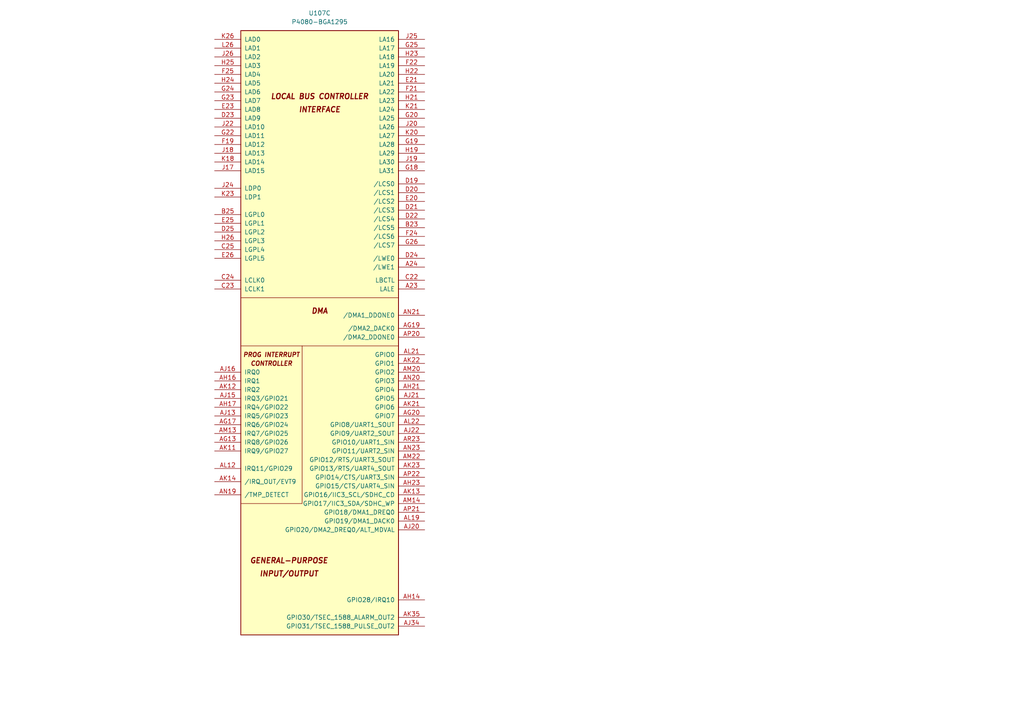
<source format=kicad_sch>
(kicad_sch (version 20250114) (generator "eeschema") (generator_version "9.0")
  (paper "A4")
  (lib_symbols
    (symbol "CPU:P4080-BGA1295" (pin_names (offset 1.016))
      (property "Reference" "U" (at 1.27 19.05 0))
      (property "Value" "P4080-BGA1295" (at 1.27 16.51 0))
      (symbol "P4080-BGA1295_1_1"
        (text "DDR SDRAM1" (at 1.27 26.67 900) (effects (font (size 2.54 2.54) (bold yes) (italic yes))))
        (pin bidirectional line (at -27.94 99.06 0) (length 7.62) (name "D1_MDQ0") (number "A17"))
        (pin bidirectional line (at -27.94 96.52 0) (length 7.62) (name "D1_MDQ1") (number "D17"))
        (pin bidirectional line (at -27.94 93.98 0) (length 7.62) (name "D1_MDQ2") (number "C14"))
        (pin bidirectional line (at -27.94 91.44 0) (length 7.62) (name "D1_MDQ3") (number "A14"))
        (pin bidirectional line (at -27.94 88.9 0) (length 7.62) (name "D1_MDQ4") (number "C17"))
        (pin bidirectional line (at -27.94 86.36 0) (length 7.62) (name "D1_MDQ5") (number "B17"))
        (pin bidirectional line (at -27.94 83.82 0) (length 7.62) (name "D1_MDQ6") (number "A15"))
        (pin bidirectional line (at -27.94 81.28 0) (length 7.62) (name "D1_MDQ7") (number "B15"))
        (pin bidirectional line (at -27.94 78.74 0) (length 7.62) (name "D1_MDQ8") (number "D15"))
        (pin bidirectional line (at -27.94 76.2 0) (length 7.62) (name "D1_MDQ9") (number "G15"))
        (pin bidirectional line (at -27.94 73.66 0) (length 7.62) (name "D1_MDQ10") (number "E12"))
        (pin bidirectional line (at -27.94 71.12 0) (length 7.62) (name "D1_MDQ11") (number "G12"))
        (pin bidirectional line (at -27.94 68.58 0) (length 7.62) (name "D1_MDQ12") (number "F16"))
        (pin bidirectional line (at -27.94 66.04 0) (length 7.62) (name "D1_MDQ13") (number "E15"))
        (pin bidirectional line (at -27.94 63.5 0) (length 7.62) (name "D1_MDQ14") (number "E13"))
        (pin bidirectional line (at -27.94 60.96 0) (length 7.62) (name "D1_MDQ15") (number "F13"))
        (pin bidirectional line (at -27.94 58.42 0) (length 7.62) (name "D1_MDQ16") (number "C8"))
        (pin bidirectional line (at -27.94 55.88 0) (length 7.62) (name "D1_MDQ17") (number "D12"))
        (pin bidirectional line (at -27.94 53.34 0) (length 7.62) (name "D1_MDQ18") (number "E9"))
        (pin bidirectional line (at -27.94 50.8 0) (length 7.62) (name "D1_MDQ19") (number "E10"))
        (pin bidirectional line (at -27.94 48.26 0) (length 7.62) (name "D1_MDQ20") (number "C11"))
        (pin bidirectional line (at -27.94 45.72 0) (length 7.62) (name "D1_MDQ21") (number "C10"))
        (pin bidirectional line (at -27.94 43.18 0) (length 7.62) (name "D1_MDQ22") (number "E6"))
        (pin bidirectional line (at -27.94 40.64 0) (length 7.62) (name "D1_MDQ23") (number "E7"))
        (pin bidirectional line (at -27.94 38.1 0) (length 7.62) (name "D1_MDQ24") (number "F7"))
        (pin bidirectional line (at -27.94 35.56 0) (length 7.62) (name "D1_MDQ25") (number "F11"))
        (pin bidirectional line (at -27.94 33.02 0) (length 7.62) (name "D1_MDQ26") (number "H10"))
        (pin bidirectional line (at -27.94 30.48 0) (length 7.62) (name "D1_MDQ27") (number "J10"))
        (pin bidirectional line (at -27.94 27.94 0) (length 7.62) (name "D1_MDQ28") (number "F10"))
        (pin bidirectional line (at -27.94 25.4 0) (length 7.62) (name "D1_MDQ29") (number "F8"))
        (pin bidirectional line (at -27.94 22.86 0) (length 7.62) (name "D1_MDQ30") (number "H7"))
        (pin bidirectional line (at -27.94 20.32 0) (length 7.62) (name "D1_MDQ31") (number "H9"))
        (pin bidirectional line (at -27.94 17.78 0) (length 7.62) (name "D1_MDQ32") (number "AC7"))
        (pin bidirectional line (at -27.94 15.24 0) (length 7.62) (name "D1_MDQ33") (number "AC6"))
        (pin bidirectional line (at -27.94 12.7 0) (length 7.62) (name "D1_MDQ34") (number "AF6"))
        (pin bidirectional line (at -27.94 10.16 0) (length 7.62) (name "D1_MDQ35") (number "AF7"))
        (pin bidirectional line (at -27.94 7.62 0) (length 7.62) (name "D1_MDQ36") (number "AB5"))
        (pin bidirectional line (at -27.94 5.08 0) (length 7.62) (name "D1_MDQ37") (number "AB6"))
        (pin bidirectional line (at -27.94 2.54 0) (length 7.62) (name "D1_MDQ38") (number "AE5"))
        (pin bidirectional line (at -27.94 0 0) (length 7.62) (name "D1_MDQ39") (number "AE6"))
        (pin bidirectional line (at -27.94 -2.54 0) (length 7.62) (name "D1_MDQ40") (number "AG5"))
        (pin bidirectional line (at -27.94 -5.08 0) (length 7.62) (name "D1_MDQ41") (number "AH9"))
        (pin bidirectional line (at -27.94 -7.62 0) (length 7.62) (name "D1_MDQ42") (number "AJ9"))
        (pin bidirectional line (at -27.94 -10.16 0) (length 7.62) (name "D1_MDQ43") (number "AJ10"))
        (pin bidirectional line (at -27.94 -12.7 0) (length 7.62) (name "D1_MDQ44") (number "AG8"))
        (pin bidirectional line (at -27.94 -15.24 0) (length 7.62) (name "D1_MDQ45") (number "AG7"))
        (pin bidirectional line (at -27.94 -17.78 0) (length 7.62) (name "D1_MDQ46") (number "AJ6"))
        (pin bidirectional line (at -27.94 -20.32 0) (length 7.62) (name "D1_MDQ47") (number "AJ7"))
        (pin bidirectional line (at -27.94 -22.86 0) (length 7.62) (name "D1_MDQ48") (number "AL9"))
        (pin bidirectional line (at -27.94 -25.4 0) (length 7.62) (name "D1_MDQ49") (number "AL8"))
        (pin bidirectional line (at -27.94 -27.94 0) (length 7.62) (name "D1_MDQ50") (number "AN10"))
        (pin bidirectional line (at -27.94 -30.48 0) (length 7.62) (name "D1_MDQ51") (number "AN11"))
        (pin bidirectional line (at -27.94 -33.02 0) (length 7.62) (name "D1_MDQ52") (number "AK8"))
        (pin bidirectional line (at -27.94 -35.56 0) (length 7.62) (name "D1_MDQ53") (number "AK7"))
        (pin bidirectional line (at -27.94 -38.1 0) (length 7.62) (name "D1_MDQ54") (number "AN7"))
        (pin bidirectional line (at -27.94 -40.64 0) (length 7.62) (name "D1_MDQ55") (number "AN8"))
        (pin bidirectional line (at -27.94 -43.18 0) (length 7.62) (name "D1_MDQ56") (number "AT9"))
        (pin bidirectional line (at -27.94 -45.72 0) (length 7.62) (name "D1_MDQ57") (number "AR10"))
        (pin bidirectional line (at -27.94 -48.26 0) (length 7.62) (name "D1_MDQ58") (number "AT13"))
        (pin bidirectional line (at -27.94 -50.8 0) (length 7.62) (name "D1_MDQ59") (number "AR13"))
        (pin bidirectional line (at -27.94 -53.34 0) (length 7.62) (name "D1_MDQ60") (number "AP9"))
        (pin bidirectional line (at -27.94 -55.88 0) (length 7.62) (name "D1_MDQ61") (number "AR9"))
        (pin bidirectional line (at -27.94 -58.42 0) (length 7.62) (name "D1_MDQ62") (number "AR12"))
        (pin bidirectional line (at -27.94 -60.96 0) (length 7.62) (name "D1_MDQ63") (number "AP12"))
        (pin bidirectional line (at -27.94 -64.77 0) (length 7.62) (name "D1_MECC0") (number "K9"))
        (pin bidirectional line (at -27.94 -67.31 0) (length 7.62) (name "D1_MECC1") (number "J5"))
        (pin bidirectional line (at -27.94 -69.85 0) (length 7.62) (name "D1_MECC2") (number "L10"))
        (pin bidirectional line (at -27.94 -72.39 0) (length 7.62) (name "D1_MECC3") (number "M10"))
        (pin bidirectional line (at -27.94 -74.93 0) (length 7.62) (name "D1_MECC4") (number "J8"))
        (pin bidirectional line (at -27.94 -77.47 0) (length 7.62) (name "D1_MECC5") (number "J7"))
        (pin bidirectional line (at -27.94 -80.01 0) (length 7.62) (name "D1_MECC6") (number "L7"))
        (pin bidirectional line (at -27.94 -82.55 0) (length 7.62) (name "D1_MECC7") (number "L9"))
        (pin input line (at -27.94 -86.36 0) (length 7.62) (name "/D1_MAPAR_ERR") (number "N8"))
        (pin output line (at -27.94 -88.9 0) (length 7.62) (name "D1_MAPAR_OUT") (number "Y7"))
        (pin bidirectional line (at -27.94 -92.71 0) (length 7.62) (name "D1_MDIC0") (number "T6"))
        (pin bidirectional line (at -27.94 -95.25 0) (length 7.62) (name "D1_MDIC1") (number "AA5"))
        (pin output line (at 30.48 99.06 180) (length 7.62) (name "D1_MBA0") (number "AA8"))
        (pin output line (at 30.48 96.52 180) (length 7.62) (name "D1_MBA1") (number "Y10"))
        (pin output line (at 30.48 93.98 180) (length 7.62) (name "D1_MBA2") (number "M8"))
        (pin output line (at 30.48 90.17 180) (length 7.62) (name "D1_MA0") (number "Y9"))
        (pin output line (at 30.48 87.63 180) (length 7.62) (name "D1_MA1") (number "U6"))
        (pin output line (at 30.48 85.09 180) (length 7.62) (name "D1_MA2") (number "U7"))
        (pin output line (at 30.48 82.55 180) (length 7.62) (name "D1_MA3") (number "U9"))
        (pin output line (at 30.48 80.01 180) (length 7.62) (name "D1_MA4") (number "U10"))
        (pin output line (at 30.48 77.47 180) (length 7.62) (name "D1_MA5") (number "T8"))
        (pin output line (at 30.48 74.93 180) (length 7.62) (name "D1_MA6") (number "T9"))
        (pin output line (at 30.48 72.39 180) (length 7.62) (name "D1_MA7") (number "R8"))
        (pin output line (at 30.48 69.85 180) (length 7.62) (name "D1_MA8") (number "R7"))
        (pin output line (at 30.48 67.31 180) (length 7.62) (name "D1_MA9") (number "P6"))
        (pin output line (at 30.48 64.77 180) (length 7.62) (name "D1_MA10") (number "AA7"))
        (pin output line (at 30.48 62.23 180) (length 7.62) (name "D1_MA11") (number "P7"))
        (pin output line (at 30.48 59.69 180) (length 7.62) (name "D1_MA12") (number "N6"))
        (pin output line (at 30.48 57.15 180) (length 7.62) (name "D1_MA13") (number "AE8"))
        (pin output line (at 30.48 54.61 180) (length 7.62) (name "D1_MA14") (number "M7"))
        (pin output line (at 30.48 52.07 180) (length 7.62) (name "D1_MA15") (number "L6"))
        (pin output line (at 30.48 48.26 180) (length 7.62) (name "/D1_MWE") (number "AB8"))
        (pin output line (at 30.48 45.72 180) (length 7.62) (name "/D1_MRAS") (number "AA10"))
        (pin output line (at 30.48 43.18 180) (length 7.62) (name "/D1_MCAS") (number "AC10"))
        (pin output line (at 30.48 39.37 180) (length 7.62) (name "/D1_MCS0") (number "AC9"))
        (pin output line (at 30.48 36.83 180) (length 7.62) (name "/D1_MCS1") (number "AE9"))
        (pin output line (at 30.48 34.29 180) (length 7.62) (name "/D1_MCS2") (number "AB9"))
        (pin output line (at 30.48 31.75 180) (length 7.62) (name "/D1_MCS3") (number "AF9"))
        (pin output line (at 30.48 27.94 180) (length 7.62) (name "D1_MCKE0") (number "P10"))
        (pin output line (at 30.48 25.4 180) (length 7.62) (name "D1_MCKE1") (number "R10"))
        (pin output line (at 30.48 22.86 180) (length 7.62) (name "D1_MCKE2") (number "P9"))
        (pin output line (at 30.48 20.32 180) (length 7.62) (name "D1_MCKE3") (number "N9"))
        (pin output line (at 30.48 16.51 180) (length 7.62) (name "D1_MCK0") (number "W6"))
        (pin output line (at 30.48 13.97 180) (length 7.62) (name "D1_MCK1") (number "V6"))
        (pin output line (at 30.48 11.43 180) (length 7.62) (name "D1_MCK2") (number "V8"))
        (pin output line (at 30.48 8.89 180) (length 7.62) (name "D1_MCK3") (number "W9"))
        (pin output line (at 30.48 6.35 180) (length 7.62) (name "D1_MCK4") (number "F1"))
        (pin output line (at 30.48 3.81 180) (length 7.62) (name "D1_MCK5") (number "AL1"))
        (pin output line (at 30.48 0 180) (length 7.62) (name "/D1_MCK0") (number "W5"))
        (pin output line (at 30.48 -2.54 180) (length 7.62) (name "/D1_MCK1") (number "V5"))
        (pin output line (at 30.48 -5.08 180) (length 7.62) (name "/D1_MCK2") (number "V9"))
        (pin output line (at 30.48 -7.62 180) (length 7.62) (name "/D1_MCK3") (number "W8"))
        (pin output line (at 30.48 -10.16 180) (length 7.62) (name "/D1_MCK4") (number "F2"))
        (pin output line (at 30.48 -12.7 180) (length 7.62) (name "/D1_MCK5") (number "AL2"))
        (pin output line (at 30.48 -16.51 180) (length 7.62) (name "D1_MODT0") (number "AD10"))
        (pin output line (at 30.48 -19.05 180) (length 7.62) (name "D1_MODT1") (number "AG10"))
        (pin output line (at 30.48 -21.59 180) (length 7.62) (name "D1_MODT2") (number "AD8"))
        (pin output line (at 30.48 -24.13 180) (length 7.62) (name "D1_MODT3") (number "AF10"))
        (pin output line (at 30.48 -27.94 180) (length 7.62) (name "D1_MDM0") (number "A16"))
        (pin output line (at 30.48 -30.48 180) (length 7.62) (name "D1_MDM1") (number "D14"))
        (pin output line (at 30.48 -33.02 180) (length 7.62) (name "D1_MDM2") (number "D11"))
        (pin output line (at 30.48 -35.56 180) (length 7.62) (name "D1_MDM3") (number "G11"))
        (pin output line (at 30.48 -38.1 180) (length 7.62) (name "D1_MDM4") (number "AD7"))
        (pin output line (at 30.48 -40.64 180) (length 7.62) (name "D1_MDM5") (number "AH8"))
        (pin output line (at 30.48 -43.18 180) (length 7.62) (name "D1_MDM6") (number "AL11"))
        (pin output line (at 30.48 -45.72 180) (length 7.62) (name "D1_MDM7") (number "AT10"))
        (pin output line (at 30.48 -48.26 180) (length 7.62) (name "D1_MDM8") (number "K8"))
        (pin bidirectional line (at 30.48 -52.07 180) (length 7.62) (name "D1_MDQS0") (number "C16"))
        (pin bidirectional line (at 30.48 -54.61 180) (length 7.62) (name "D1_MDQS1") (number "G14"))
        (pin bidirectional line (at 30.48 -57.15 180) (length 7.62) (name "D1_MDQS2") (number "D9"))
        (pin bidirectional line (at 30.48 -59.69 180) (length 7.62) (name "D1_MDQS3") (number "G9"))
        (pin bidirectional line (at 30.48 -62.23 180) (length 7.62) (name "D1_MDQS4") (number "AD5"))
        (pin bidirectional line (at 30.48 -64.77 180) (length 7.62) (name "D1_MDQS5") (number "AH6"))
        (pin bidirectional line (at 30.48 -67.31 180) (length 7.62) (name "D1_MDQS6") (number "AM10"))
        (pin bidirectional line (at 30.48 -69.85 180) (length 7.62) (name "D1_MDQS7") (number "AT12"))
        (pin bidirectional line (at 30.48 -72.39 180) (length 7.62) (name "D1_MDQS8") (number "K6"))
        (pin bidirectional line (at 30.48 -76.2 180) (length 7.62) (name "/D1_MDQS0") (number "B16"))
        (pin bidirectional line (at 30.48 -78.74 180) (length 7.62) (name "/D1_MDQS1") (number "F14"))
        (pin bidirectional line (at 30.48 -81.28 180) (length 7.62) (name "/D1_MDQS2") (number "D8"))
        (pin bidirectional line (at 30.48 -83.82 180) (length 7.62) (name "/D1_MDQS3") (number "G8"))
        (pin bidirectional line (at 30.48 -86.36 180) (length 7.62) (name "/D1_MDQS4") (number "AD4"))
        (pin bidirectional line (at 30.48 -88.9 180) (length 7.62) (name "/D1_MDQS5") (number "AH5"))
        (pin bidirectional line (at 30.48 -91.44 180) (length 7.62) (name "/D1_MDQS6") (number "AM9"))
        (pin bidirectional line (at 30.48 -93.98 180) (length 7.62) (name "/D1_MDQS7") (number "AT11"))
        (pin bidirectional line (at 30.48 -96.52 180) (length 7.62) (name "/D1_MDQS8") (number "K5"))
      )
      (symbol "P4080-BGA1295_2_1"
        (text "DDR SDRAM2" (at 1.27 26.67 900) (effects (font (size 2.54 2.54) (bold yes) (italic yes))))
        (pin bidirectional line (at -27.94 99.06 0) (length 7.62) (name "D2_MDQ0") (number "C13"))
        (pin bidirectional line (at -27.94 96.52 0) (length 7.62) (name "D2_MDQ1") (number "A12"))
        (pin bidirectional line (at -27.94 93.98 0) (length 7.62) (name "D2_MDQ2") (number "B9"))
        (pin bidirectional line (at -27.94 91.44 0) (length 7.62) (name "D2_MDQ3") (number "A8"))
        (pin bidirectional line (at -27.94 88.9 0) (length 7.62) (name "D2_MDQ4") (number "A13"))
        (pin bidirectional line (at -27.94 86.36 0) (length 7.62) (name "D2_MDQ5") (number "B13"))
        (pin bidirectional line (at -27.94 83.82 0) (length 7.62) (name "D2_MDQ6") (number "B10"))
        (pin bidirectional line (at -27.94 81.28 0) (length 7.62) (name "D2_MDQ7") (number "A9"))
        (pin bidirectional line (at -27.94 78.74 0) (length 7.62) (name "D2_MDQ8") (number "A7"))
        (pin bidirectional line (at -27.94 76.2 0) (length 7.62) (name "D2_MDQ9") (number "D6"))
        (pin bidirectional line (at -27.94 73.66 0) (length 7.62) (name "D2_MDQ10") (number "A4"))
        (pin bidirectional line (at -27.94 71.12 0) (length 7.62) (name "D2_MDQ11") (number "B4"))
        (pin bidirectional line (at -27.94 68.58 0) (length 7.62) (name "D2_MDQ12") (number "C7"))
        (pin bidirectional line (at -27.94 66.04 0) (length 7.62) (name "D2_MDQ13") (number "B7"))
        (pin bidirectional line (at -27.94 63.5 0) (length 7.62) (name "D2_MDQ14") (number "C5"))
        (pin bidirectional line (at -27.94 60.96 0) (length 7.62) (name "D2_MDQ15") (number "D5"))
        (pin bidirectional line (at -27.94 58.42 0) (length 7.62) (name "D2_MDQ16") (number "B1"))
        (pin bidirectional line (at -27.94 55.88 0) (length 7.62) (name "D2_MDQ17") (number "B3"))
        (pin bidirectional line (at -27.94 53.34 0) (length 7.62) (name "D2_MDQ18") (number "D3"))
        (pin bidirectional line (at -27.94 50.8 0) (length 7.62) (name "D2_MDQ19") (number "E1"))
        (pin bidirectional line (at -27.94 48.26 0) (length 7.62) (name "D2_MDQ20") (number "A3"))
        (pin bidirectional line (at -27.94 45.72 0) (length 7.62) (name "D2_MDQ21") (number "A2"))
        (pin bidirectional line (at -27.94 43.18 0) (length 7.62) (name "D2_MDQ22") (number "D1"))
        (pin bidirectional line (at -27.94 40.64 0) (length 7.62) (name "D2_MDQ23") (number "D2"))
        (pin bidirectional line (at -27.94 38.1 0) (length 7.62) (name "D2_MDQ24") (number "F4"))
        (pin bidirectional line (at -27.94 35.56 0) (length 7.62) (name "D2_MDQ25") (number "F5"))
        (pin bidirectional line (at -27.94 33.02 0) (length 7.62) (name "D2_MDQ26") (number "H4"))
        (pin bidirectional line (at -27.94 30.48 0) (length 7.62) (name "D2_MDQ27") (number "H6"))
        (pin bidirectional line (at -27.94 27.94 0) (length 7.62) (name "D2_MDQ28") (number "E4"))
        (pin bidirectional line (at -27.94 25.4 0) (length 7.62) (name "D2_MDQ29") (number "E3"))
        (pin bidirectional line (at -27.94 22.86 0) (length 7.62) (name "D2_MDQ30") (number "H3"))
        (pin bidirectional line (at -27.94 20.32 0) (length 7.62) (name "D2_MDQ31") (number "H1"))
        (pin bidirectional line (at -27.94 17.78 0) (length 7.62) (name "D2_MDQ32") (number "AG4"))
        (pin bidirectional line (at -27.94 15.24 0) (length 7.62) (name "D2_MDQ33") (number "AG2"))
        (pin bidirectional line (at -27.94 12.7 0) (length 7.62) (name "D2_MDQ34") (number "AJ3"))
        (pin bidirectional line (at -27.94 10.16 0) (length 7.62) (name "D2_MDQ35") (number "AJ1"))
        (pin bidirectional line (at -27.94 7.62 0) (length 7.62) (name "D2_MDQ36") (number "AF4"))
        (pin bidirectional line (at -27.94 5.08 0) (length 7.62) (name "D2_MDQ37") (number "AF3"))
        (pin bidirectional line (at -27.94 2.54 0) (length 7.62) (name "D2_MDQ38") (number "AH1"))
        (pin bidirectional line (at -27.94 0 0) (length 7.62) (name "D2_MDQ39") (number "AJ4"))
        (pin bidirectional line (at -27.94 -2.54 0) (length 7.62) (name "D2_MDQ40") (number "AL6"))
        (pin bidirectional line (at -27.94 -5.08 0) (length 7.62) (name "D2_MDQ41") (number "AL5"))
        (pin bidirectional line (at -27.94 -7.62 0) (length 7.62) (name "D2_MDQ42") (number "AN4"))
        (pin bidirectional line (at -27.94 -10.16 0) (length 7.62) (name "D2_MDQ43") (number "AN5"))
        (pin bidirectional line (at -27.94 -12.7 0) (length 7.62) (name "D2_MDQ44") (number "AK5"))
        (pin bidirectional line (at -27.94 -15.24 0) (length 7.62) (name "D2_MDQ45") (number "AK4"))
        (pin bidirectional line (at -27.94 -17.78 0) (length 7.62) (name "D2_MDQ46") (number "AM6"))
        (pin bidirectional line (at -27.94 -20.32 0) (length 7.62) (name "D2_MDQ47") (number "AM7"))
        (pin bidirectional line (at -27.94 -22.86 0) (length 7.62) (name "D2_MDQ48") (number "AN1"))
        (pin bidirectional line (at -27.94 -25.4 0) (length 7.62) (name "D2_MDQ49") (number "AP3"))
        (pin bidirectional line (at -27.94 -27.94 0) (length 7.62) (name "D2_MDQ50") (number "AT1"))
        (pin bidirectional line (at -27.94 -30.48 0) (length 7.62) (name "D2_MDQ51") (number "AT2"))
        (pin bidirectional line (at -27.94 -33.02 0) (length 7.62) (name "D2_MDQ52") (number "AM1"))
        (pin bidirectional line (at -27.94 -35.56 0) (length 7.62) (name "D2_MDQ53") (number "AN2"))
        (pin bidirectional line (at -27.94 -38.1 0) (length 7.62) (name "D2_MDQ54") (number "AR3"))
        (pin bidirectional line (at -27.94 -40.64 0) (length 7.62) (name "D2_MDQ55") (number "AT3"))
        (pin bidirectional line (at -27.94 -43.18 0) (length 7.62) (name "D2_MDQ56") (number "AP5"))
        (pin bidirectional line (at -27.94 -45.72 0) (length 7.62) (name "D2_MDQ57") (number "AT5"))
        (pin bidirectional line (at -27.94 -48.26 0) (length 7.62) (name "D2_MDQ58") (number "AP8"))
        (pin bidirectional line (at -27.94 -50.8 0) (length 7.62) (name "D2_MDQ59") (number "AT8"))
        (pin bidirectional line (at -27.94 -53.34 0) (length 7.62) (name "D2_MDQ60") (number "AR4"))
        (pin bidirectional line (at -27.94 -55.88 0) (length 7.62) (name "D2_MDQ61") (number "AT4"))
        (pin bidirectional line (at -27.94 -58.42 0) (length 7.62) (name "D2_MDQ62") (number "AR7"))
        (pin bidirectional line (at -27.94 -60.96 0) (length 7.62) (name "D2_MDQ63") (number "AT7"))
        (pin bidirectional line (at -27.94 -64.77 0) (length 7.62) (name "D2_MECC0") (number "J1"))
        (pin bidirectional line (at -27.94 -67.31 0) (length 7.62) (name "D2_MECC1") (number "K3"))
        (pin bidirectional line (at -27.94 -69.85 0) (length 7.62) (name "D2_MECC2") (number "M5"))
        (pin bidirectional line (at -27.94 -72.39 0) (length 7.62) (name "D2_MECC3") (number "N5"))
        (pin bidirectional line (at -27.94 -74.93 0) (length 7.62) (name "D2_MECC4") (number "J4"))
        (pin bidirectional line (at -27.94 -77.47 0) (length 7.62) (name "D2_MECC5") (number "J2"))
        (pin bidirectional line (at -27.94 -80.01 0) (length 7.62) (name "D2_MECC6") (number "L3"))
        (pin bidirectional line (at -27.94 -82.55 0) (length 7.62) (name "D2_MECC7") (number "L4"))
        (pin input line (at -27.94 -86.36 0) (length 7.62) (name "/D2_MAPA_ERR") (number "N2"))
        (pin output line (at -27.94 -88.9 0) (length 7.62) (name "D2_MAPAR_OUT") (number "Y1"))
        (pin bidirectional line (at -27.94 -92.71 0) (length 7.62) (name "D2_MDIC0") (number "AA4"))
        (pin bidirectional line (at -27.94 -95.25 0) (length 7.62) (name "D2_MDIC1") (number "Y6"))
        (pin output line (at 30.48 99.06 180) (length 7.62) (name "D2_MBA0") (number "AA3"))
        (pin output line (at 30.48 96.52 180) (length 7.62) (name "D2_MBA1") (number "AA1"))
        (pin output line (at 30.48 93.98 180) (length 7.62) (name "D2_MBA2") (number "M1"))
        (pin output line (at 30.48 90.17 180) (length 7.62) (name "D2_MA0") (number "Y4"))
        (pin output line (at 30.48 87.63 180) (length 7.62) (name "D2_MA1") (number "U1"))
        (pin output line (at 30.48 85.09 180) (length 7.62) (name "D2_MA2") (number "U4"))
        (pin output line (at 30.48 82.55 180) (length 7.62) (name "D2_MA3") (number "T1"))
        (pin output line (at 30.48 80.01 180) (length 7.62) (name "D2_MA4") (number "T2"))
        (pin output line (at 30.48 77.47 180) (length 7.62) (name "D2_MA5") (number "T3"))
        (pin output line (at 30.48 74.93 180) (length 7.62) (name "D2_MA6") (number "R1"))
        (pin output line (at 30.48 72.39 180) (length 7.62) (name "D2_MA7") (number "R4"))
        (pin output line (at 30.48 69.85 180) (length 7.62) (name "D2_MA8") (number "R2"))
        (pin output line (at 30.48 67.31 180) (length 7.62) (name "D2_MA9") (number "P1"))
        (pin output line (at 30.48 64.77 180) (length 7.62) (name "D2_MA10") (number "AA2"))
        (pin output line (at 30.48 62.23 180) (length 7.62) (name "D2_MA11") (number "P3"))
        (pin output line (at 30.48 59.69 180) (length 7.62) (name "D2_MA12") (number "N1"))
        (pin output line (at 30.48 57.15 180) (length 7.62) (name "D2_MA13") (number "AC4"))
        (pin output line (at 30.48 54.61 180) (length 7.62) (name "D2_MA14") (number "N3"))
        (pin output line (at 30.48 52.07 180) (length 7.62) (name "D2_MA15") (number "M2"))
        (pin output line (at 30.48 48.26 180) (length 7.62) (name "/D2_MWE") (number "AB2"))
        (pin output line (at 30.48 45.72 180) (length 7.62) (name "/D2_MRAS") (number "AB1"))
        (pin output line (at 30.48 43.18 180) (length 7.62) (name "/D2_MCAS") (number "AC3"))
        (pin output line (at 30.48 39.37 180) (length 7.62) (name "/D2_MCS0") (number "AC1"))
        (pin output line (at 30.48 36.83 180) (length 7.62) (name "/D2_MCS1") (number "AE1"))
        (pin output line (at 30.48 34.29 180) (length 7.62) (name "/D2_MCS2") (number "AB3"))
        (pin output line (at 30.48 31.75 180) (length 7.62) (name "/D2_MCS3") (number "AE2"))
        (pin output line (at 30.48 27.94 180) (length 7.62) (name "D2_MCKE0") (number "R5"))
        (pin output line (at 30.48 25.4 180) (length 7.62) (name "D2_MCKE1") (number "T5"))
        (pin output line (at 30.48 22.86 180) (length 7.62) (name "D2_MCKE2") (number "P4"))
        (pin output line (at 30.48 20.32 180) (length 7.62) (name "D2_MCKE3") (number "M4"))
        (pin output line (at 30.48 16.51 180) (length 7.62) (name "D2_MCK0") (number "W3"))
        (pin output line (at 30.48 13.97 180) (length 7.62) (name "D2_MCK1") (number "V3"))
        (pin output line (at 30.48 11.43 180) (length 7.62) (name "D2_MCK2") (number "V1"))
        (pin output line (at 30.48 8.89 180) (length 7.62) (name "D2_MCK3") (number "W2"))
        (pin output line (at 30.48 6.35 180) (length 7.62) (name "D2_MCK4") (number "G1"))
        (pin output line (at 30.48 3.81 180) (length 7.62) (name "D2_MCK5") (number "AK2"))
        (pin output line (at 30.48 0 180) (length 7.62) (name "/D2_MCK0") (number "W4"))
        (pin output line (at 30.48 -2.54 180) (length 7.62) (name "/D2_MCK1") (number "V4"))
        (pin output line (at 30.48 -5.08 180) (length 7.62) (name "/D2_MCK2") (number "V2"))
        (pin output line (at 30.48 -7.62 180) (length 7.62) (name "/D2_MCK3") (number "W1"))
        (pin output line (at 30.48 -10.16 180) (length 7.62) (name "/D2_MCK4") (number "G2"))
        (pin output line (at 30.48 -12.7 180) (length 7.62) (name "/D2_MCK5") (number "AK1"))
        (pin output line (at 30.48 -16.51 180) (length 7.62) (name "D2_MODT0") (number "AD2"))
        (pin output line (at 30.48 -19.05 180) (length 7.62) (name "D2_MODT1") (number "AF1"))
        (pin output line (at 30.48 -21.59 180) (length 7.62) (name "D2_MODT2") (number "AD1"))
        (pin output line (at 30.48 -24.13 180) (length 7.62) (name "D2_MODT3") (number "AE3"))
        (pin output line (at 30.48 -27.94 180) (length 7.62) (name "D2_MDM0") (number "B12"))
        (pin output line (at 30.48 -30.48 180) (length 7.62) (name "D2_MDM1") (number "B6"))
        (pin output line (at 30.48 -33.02 180) (length 7.62) (name "D2_MDM2") (number "C4"))
        (pin output line (at 30.48 -35.56 180) (length 7.62) (name "D2_MDM3") (number "G3"))
        (pin output line (at 30.48 -38.1 180) (length 7.62) (name "D2_MDM4") (number "AG1"))
        (pin output line (at 30.48 -40.64 180) (length 7.62) (name "D2_MDM5") (number "AL3"))
        (pin output line (at 30.48 -43.18 180) (length 7.62) (name "D2_MDM6") (number "AP2"))
        (pin output line (at 30.48 -45.72 180) (length 7.62) (name "D2_MDM7") (number "AP6"))
        (pin output line (at 30.48 -48.26 180) (length 7.62) (name "D2_MDM8") (number "K2"))
        (pin bidirectional line (at 30.48 -52.07 180) (length 7.62) (name "D2_MDQS0") (number "A10"))
        (pin bidirectional line (at 30.48 -54.61 180) (length 7.62) (name "D2_MDQS1") (number "A5"))
        (pin bidirectional line (at 30.48 -57.15 180) (length 7.62) (name "D2_MDQS2") (number "C2"))
        (pin bidirectional line (at 30.48 -59.69 180) (length 7.62) (name "D2_MDQS3") (number "G6"))
        (pin bidirectional line (at 30.48 -62.23 180) (length 7.62) (name "D2_MDQS4") (number "AH2"))
        (pin bidirectional line (at 30.48 -64.77 180) (length 7.62) (name "D2_MDQS5") (number "AM4"))
        (pin bidirectional line (at 30.48 -67.31 180) (length 7.62) (name "D2_MDQS6") (number "AR1"))
        (pin bidirectional line (at 30.48 -69.85 180) (length 7.62) (name "D2_MDQS7") (number "AR6"))
        (pin bidirectional line (at 30.48 -72.39 180) (length 7.62) (name "D2_MDQS8") (number "L1"))
        (pin bidirectional line (at 30.48 -76.2 180) (length 7.62) (name "/D2_MDQS0") (number "A11"))
        (pin bidirectional line (at 30.48 -78.74 180) (length 7.62) (name "/D2_MDQS1") (number "A6"))
        (pin bidirectional line (at 30.48 -81.28 180) (length 7.62) (name "/D2_MDQS2") (number "C1"))
        (pin bidirectional line (at 30.48 -83.82 180) (length 7.62) (name "/D2_MDQS3") (number "G5"))
        (pin bidirectional line (at 30.48 -86.36 180) (length 7.62) (name "/D2_MDQS4") (number "AH3"))
        (pin bidirectional line (at 30.48 -88.9 180) (length 7.62) (name "/D2_MDQS5") (number "AM3"))
        (pin bidirectional line (at 30.48 -91.44 180) (length 7.62) (name "/D2_MDQS6") (number "AP1"))
        (pin bidirectional line (at 30.48 -93.98 180) (length 7.62) (name "/D2_MDQS7") (number "AT6"))
        (pin bidirectional line (at 30.48 -96.52 180) (length 7.62) (name "/D2_MDQS8") (number "K1"))
      )
      (symbol "P4080-BGA1295_3_1"
        (text "PROG INTERRUPT" (at -13.97 -5.08 0) (effects (font (size 1.27 1.27) (bold yes) (italic yes))))
        (text "CONTROLLER" (at -13.97 -7.62 0) (effects (font (size 1.27 1.27) (bold yes) (italic yes))))
        (text "GENERAL-PURPOSE" (at -8.89 -64.77 0) (effects (font (size 1.524 1.524) (bold yes) (italic yes))))
        (text "INPUT/OUTPUT" (at -8.89 -68.58 0) (effects (font (size 1.524 1.524) (bold yes) (italic yes))))
        (text "LOCAL BUS CONTROLLER" (at 0 69.85 0) (effects (font (size 1.524 1.524) (bold yes) (italic yes))))
        (text "INTERFACE" (at 0 66.04 0) (effects (font (size 1.524 1.524) (bold yes) (italic yes))))
        (text "DMA" (at 0 7.62 0) (effects (font (size 1.524 1.524) (bold yes) (italic yes))))
        (pin bidirectional line (at -30.48 86.36 0) (length 7.62) (name "LAD0") (number "K26"))
        (pin bidirectional line (at -30.48 83.82 0) (length 7.62) (name "LAD1") (number "L26"))
        (pin bidirectional line (at -30.48 81.28 0) (length 7.62) (name "LAD2") (number "J26"))
        (pin bidirectional line (at -30.48 78.74 0) (length 7.62) (name "LAD3") (number "H25"))
        (pin bidirectional line (at -30.48 76.2 0) (length 7.62) (name "LAD4") (number "F25"))
        (pin bidirectional line (at -30.48 73.66 0) (length 7.62) (name "LAD5") (number "H24"))
        (pin bidirectional line (at -30.48 71.12 0) (length 7.62) (name "LAD6") (number "G24"))
        (pin bidirectional line (at -30.48 68.58 0) (length 7.62) (name "LAD7") (number "G23"))
        (pin bidirectional line (at -30.48 66.04 0) (length 7.62) (name "LAD8") (number "E23"))
        (pin bidirectional line (at -30.48 63.5 0) (length 7.62) (name "LAD9") (number "D23"))
        (pin bidirectional line (at -30.48 60.96 0) (length 7.62) (name "LAD10") (number "J22"))
        (pin bidirectional line (at -30.48 58.42 0) (length 7.62) (name "LAD11") (number "G22"))
        (pin bidirectional line (at -30.48 55.88 0) (length 7.62) (name "LAD12") (number "F19"))
        (pin bidirectional line (at -30.48 53.34 0) (length 7.62) (name "LAD13") (number "J18"))
        (pin bidirectional line (at -30.48 50.8 0) (length 7.62) (name "LAD14") (number "K18"))
        (pin bidirectional line (at -30.48 48.26 0) (length 7.62) (name "LAD15") (number "J17"))
        (pin bidirectional line (at -30.48 43.18 0) (length 7.62) (name "LDP0") (number "J24"))
        (pin bidirectional line (at -30.48 40.64 0) (length 7.62) (name "LDP1") (number "K23"))
        (pin output line (at -30.48 35.56 0) (length 7.62) (name "LGPL0") (number "B25"))
        (pin output line (at -30.48 33.02 0) (length 7.62) (name "LGPL1") (number "E25"))
        (pin output line (at -30.48 30.48 0) (length 7.62) (name "LGPL2") (number "D25"))
        (pin output line (at -30.48 27.94 0) (length 7.62) (name "LGPL3") (number "H26"))
        (pin bidirectional line (at -30.48 25.4 0) (length 7.62) (name "LGPL4") (number "C25"))
        (pin output line (at -30.48 22.86 0) (length 7.62) (name "LGPL5") (number "E26"))
        (pin output line (at -30.48 16.51 0) (length 7.62) (name "LCLK0") (number "C24"))
        (pin output line (at -30.48 13.97 0) (length 7.62) (name "LCLK1") (number "C23"))
        (pin input line (at -30.48 -10.16 0) (length 7.62) (name "IRQ0") (number "AJ16"))
        (pin input line (at -30.48 -12.7 0) (length 7.62) (name "IRQ1") (number "AH16"))
        (pin input line (at -30.48 -15.24 0) (length 7.62) (name "IRQ2") (number "AK12"))
        (pin input line (at -30.48 -17.78 0) (length 7.62) (name "IRQ3/GPIO21") (number "AJ15"))
        (pin input line (at -30.48 -20.32 0) (length 7.62) (name "IRQ4/GPIO22") (number "AH17"))
        (pin input line (at -30.48 -22.86 0) (length 7.62) (name "IRQ5/GPIO23") (number "AJ13"))
        (pin input line (at -30.48 -25.4 0) (length 7.62) (name "IRQ6/GPIO24") (number "AG17"))
        (pin input line (at -30.48 -27.94 0) (length 7.62) (name "IRQ7/GPIO25") (number "AM13"))
        (pin input line (at -30.48 -30.48 0) (length 7.62) (name "IRQ8/GPIO26") (number "AG13"))
        (pin input line (at -30.48 -33.02 0) (length 7.62) (name "IRQ9/GPIO27") (number "AK11"))
        (pin input line (at -30.48 -38.1 0) (length 7.62) (name "IRQ11/GPIO29") (number "AL12"))
        (pin output line (at -30.48 -41.91 0) (length 7.62) (name "/IRQ_OUT/EVT9") (number "AK14"))
        (pin input line (at -30.48 -45.72 0) (length 7.62) (name "/TMP_DETECT") (number "AN19"))
        (pin output line (at 30.48 86.36 180) (length 7.62) (name "LA16") (number "J25"))
        (pin output line (at 30.48 83.82 180) (length 7.62) (name "LA17") (number "G25"))
        (pin output line (at 30.48 81.28 180) (length 7.62) (name "LA18") (number "H23"))
        (pin output line (at 30.48 78.74 180) (length 7.62) (name "LA19") (number "F22"))
        (pin output line (at 30.48 76.2 180) (length 7.62) (name "LA20") (number "H22"))
        (pin output line (at 30.48 73.66 180) (length 7.62) (name "LA21") (number "E21"))
        (pin output line (at 30.48 71.12 180) (length 7.62) (name "LA22") (number "F21"))
        (pin output line (at 30.48 68.58 180) (length 7.62) (name "LA23") (number "H21"))
        (pin output line (at 30.48 66.04 180) (length 7.62) (name "LA24") (number "K21"))
        (pin output line (at 30.48 63.5 180) (length 7.62) (name "LA25") (number "G20"))
        (pin output line (at 30.48 60.96 180) (length 7.62) (name "LA26") (number "J20"))
        (pin output line (at 30.48 58.42 180) (length 7.62) (name "LA27") (number "K20"))
        (pin output line (at 30.48 55.88 180) (length 7.62) (name "LA28") (number "G19"))
        (pin output line (at 30.48 53.34 180) (length 7.62) (name "LA29") (number "H19"))
        (pin output line (at 30.48 50.8 180) (length 7.62) (name "LA30") (number "J19"))
        (pin output line (at 30.48 48.26 180) (length 7.62) (name "LA31") (number "G18"))
        (pin output line (at 30.48 44.45 180) (length 7.62) (name "/LCS0") (number "D19"))
        (pin output line (at 30.48 41.91 180) (length 7.62) (name "/LCS1") (number "D20"))
        (pin output line (at 30.48 39.37 180) (length 7.62) (name "/LCS2") (number "E20"))
        (pin output line (at 30.48 36.83 180) (length 7.62) (name "/LCS3") (number "D21"))
        (pin output line (at 30.48 34.29 180) (length 7.62) (name "/LCS4") (number "D22"))
        (pin output line (at 30.48 31.75 180) (length 7.62) (name "/LCS5") (number "B23"))
        (pin output line (at 30.48 29.21 180) (length 7.62) (name "/LCS6") (number "F24"))
        (pin output line (at 30.48 26.67 180) (length 7.62) (name "/LCS7") (number "G26"))
        (pin output line (at 30.48 22.86 180) (length 7.62) (name "/LWE0") (number "D24"))
        (pin output line (at 30.48 20.32 180) (length 7.62) (name "/LWE1") (number "A24"))
        (pin output line (at 30.48 16.51 180) (length 7.62) (name "LBCTL") (number "C22"))
        (pin bidirectional line (at 30.48 13.97 180) (length 7.62) (name "LALE") (number "A23"))
        (pin output line (at 30.48 6.35 180) (length 7.62) (name "/DMA1_DDONE0") (number "AN21"))
        (pin output line (at 30.48 2.54 180) (length 7.62) (name "/DMA2_DACK0") (number "AG19"))
        (pin output line (at 30.48 0 180) (length 7.62) (name "/DMA2_DDONE0") (number "AP20"))
        (pin bidirectional line (at 30.48 -5.08 180) (length 7.62) (name "GPIO0") (number "AL21"))
        (pin bidirectional line (at 30.48 -7.62 180) (length 7.62) (name "GPIO1") (number "AK22"))
        (pin bidirectional line (at 30.48 -10.16 180) (length 7.62) (name "GPIO2") (number "AM20"))
        (pin bidirectional line (at 30.48 -12.7 180) (length 7.62) (name "GPIO3") (number "AN20"))
        (pin bidirectional line (at 30.48 -15.24 180) (length 7.62) (name "GPIO4") (number "AH21"))
        (pin bidirectional line (at 30.48 -17.78 180) (length 7.62) (name "GPIO5") (number "AJ21"))
        (pin bidirectional line (at 30.48 -20.32 180) (length 7.62) (name "GPIO6") (number "AK21"))
        (pin bidirectional line (at 30.48 -22.86 180) (length 7.62) (name "GPIO7") (number "AG20"))
        (pin bidirectional line (at 30.48 -25.4 180) (length 7.62) (name "GPIO8/UART1_SOUT") (number "AL22"))
        (pin bidirectional line (at 30.48 -27.94 180) (length 7.62) (name "GPIO9/UART2_SOUT") (number "AJ22"))
        (pin bidirectional line (at 30.48 -30.48 180) (length 7.62) (name "GPIO10/UART1_SIN") (number "AR23"))
        (pin bidirectional line (at 30.48 -33.02 180) (length 7.62) (name "GPIO11/UART2_SIN") (number "AN23"))
        (pin bidirectional line (at 30.48 -35.56 180) (length 7.62) (name "GPIO12/RTS/UART3_SOUT") (number "AM22"))
        (pin bidirectional line (at 30.48 -38.1 180) (length 7.62) (name "GPIO13/RTS/UART4_SOUT") (number "AK23"))
        (pin bidirectional line (at 30.48 -40.64 180) (length 7.62) (name "GPIO14/CTS/UART3_SIN") (number "AP22"))
        (pin bidirectional line (at 30.48 -43.18 180) (length 7.62) (name "GPIO15/CTS/UART4_SIN") (number "AH23"))
        (pin bidirectional line (at 30.48 -45.72 180) (length 7.62) (name "GPIO16/IIC3_SCL/SDHC_CD") (number "AK13"))
        (pin bidirectional line (at 30.48 -48.26 180) (length 7.62) (name "GPIO17/IIC3_SDA/SDHC_WP") (number "AM14"))
        (pin bidirectional line (at 30.48 -50.8 180) (length 7.62) (name "GPIO18/DMA1_DREQ0") (number "AP21"))
        (pin bidirectional line (at 30.48 -53.34 180) (length 7.62) (name "GPIO19/DMA1_DACK0") (number "AL19"))
        (pin bidirectional line (at 30.48 -55.88 180) (length 7.62) (name "GPIO20/DMA2_DREQ0/ALT_MDVAL") (number "AJ20"))
        (pin bidirectional line (at 30.48 -76.2 180) (length 7.62) (name "GPIO28/IRQ10") (number "AH14"))
        (pin bidirectional line (at 30.48 -81.28 180) (length 7.62) (name "GPIO30/TSEC_1588_ALARM_OUT2") (number "AK35"))
        (pin bidirectional line (at 30.48 -83.82 180) (length 7.62) (name "GPIO31/TSEC_1588_PULSE_OUT2") (number "AJ34"))
      )
      (symbol "P4080-BGA1295_4_1"
        (text "SERDES" (at 0 29.21 0) (effects (font (size 2.54 2.54) (bold yes) (italic yes))))
        (pin input line (at -27.94 55.88 0) (length 7.62) (name "SD_RX0") (number "C28"))
        (pin input line (at -27.94 53.34 0) (length 7.62) (name "SD_RX1") (number "A29"))
        (pin input line (at -27.94 50.8 0) (length 7.62) (name "SD_RX2") (number "C30"))
        (pin input line (at -27.94 48.26 0) (length 7.62) (name "SD_RX3") (number "A31"))
        (pin input line (at -27.94 45.72 0) (length 7.62) (name "SD_RX4") (number "D36"))
        (pin input line (at -27.94 43.18 0) (length 7.62) (name "SD_RX5") (number "F36"))
        (pin input line (at -27.94 40.64 0) (length 7.62) (name "SD_RX6") (number "H36"))
        (pin input line (at -27.94 38.1 0) (length 7.62) (name "SD_RX7") (number "K36"))
        (pin input line (at -27.94 35.56 0) (length 7.62) (name "SD_RX8") (number "L34"))
        (pin input line (at -27.94 33.02 0) (length 7.62) (name "SD_RX9") (number "M36"))
        (pin input line (at -27.94 30.48 0) (length 7.62) (name "SD_RX10") (number "P36"))
        (pin input line (at -27.94 27.94 0) (length 7.62) (name "SD_RX11") (number "T34"))
        (pin input line (at -27.94 25.4 0) (length 7.62) (name "SD_RX12") (number "W36"))
        (pin input line (at -27.94 22.86 0) (length 7.62) (name "SD_RX13") (number "Y34"))
        (pin input line (at -27.94 20.32 0) (length 7.62) (name "SD_RX14") (number "AA36"))
        (pin input line (at -27.94 17.78 0) (length 7.62) (name "SD_RX15") (number "AC36"))
        (pin input line (at -27.94 15.24 0) (length 7.62) (name "SD_RX16") (number "AF34"))
        (pin input line (at -27.94 12.7 0) (length 7.62) (name "SD_RX17") (number "AG36"))
        (pin input line (at -27.94 7.62 0) (length 7.62) (name "/SD_RX0") (number "D28"))
        (pin input line (at -27.94 5.08 0) (length 7.62) (name "/SD_RX1") (number "B29"))
        (pin input line (at -27.94 2.54 0) (length 7.62) (name "/SD_RX2") (number "D30"))
        (pin input line (at -27.94 0 0) (length 7.62) (name "/SD_RX3") (number "B31"))
        (pin input line (at -27.94 -2.54 0) (length 7.62) (name "/SD_RX4") (number "C36"))
        (pin input line (at -27.94 -5.08 0) (length 7.62) (name "/SD_RX5") (number "F35"))
        (pin input line (at -27.94 -7.62 0) (length 7.62) (name "/SD_RX6") (number "H35"))
        (pin input line (at -27.94 -10.16 0) (length 7.62) (name "/SD_RX7") (number "K35"))
        (pin input line (at -27.94 -12.7 0) (length 7.62) (name "/SD_RX8") (number "L33"))
        (pin input line (at -27.94 -15.24 0) (length 7.62) (name "/SD_RX9") (number "M35"))
        (pin input line (at -27.94 -17.78 0) (length 7.62) (name "/SD_RX10") (number "P35"))
        (pin input line (at -27.94 -20.32 0) (length 7.62) (name "/SD_RX11") (number "T33"))
        (pin input line (at -27.94 -22.86 0) (length 7.62) (name "/SD_RX12") (number "W35"))
        (pin input line (at -27.94 -25.4 0) (length 7.62) (name "/SD_RX13") (number "Y33"))
        (pin input line (at -27.94 -27.94 0) (length 7.62) (name "/SD_RX14") (number "AA35"))
        (pin input line (at -27.94 -30.48 0) (length 7.62) (name "/SD_RX15") (number "AC35"))
        (pin input line (at -27.94 -33.02 0) (length 7.62) (name "/SD_RX16") (number "AF33"))
        (pin input line (at -27.94 -35.56 0) (length 7.62) (name "/SD_RX17") (number "AG35"))
        (pin input line (at -27.94 -40.64 0) (length 7.62) (name "SD_REF_CLK1") (number "A35"))
        (pin input line (at -27.94 -43.18 0) (length 7.62) (name "/SD_REF_CLK1") (number "B35"))
        (pin input line (at -27.94 -45.72 0) (length 7.62) (name "SD_REF_CLK2") (number "V34"))
        (pin input line (at -27.94 -48.26 0) (length 7.62) (name "/SD_REF_CLK2") (number "V33"))
        (pin input line (at -27.94 -50.8 0) (length 7.62) (name "SD_REF_CLK3") (number "AC32"))
        (pin input line (at -27.94 -53.34 0) (length 7.62) (name "/SD_REF_CLK3") (number "AC31"))
        (pin output line (at 27.94 55.88 180) (length 7.62) (name "SD_TX0") (number "H28"))
        (pin output line (at 27.94 53.34 180) (length 7.62) (name "SD_TX1") (number "F29"))
        (pin output line (at 27.94 50.8 180) (length 7.62) (name "SD_TX2") (number "H30"))
        (pin output line (at 27.94 48.26 180) (length 7.62) (name "SD_TX3") (number "F31"))
        (pin output line (at 27.94 45.72 180) (length 7.62) (name "SD_TX4") (number "D34"))
        (pin output line (at 27.94 43.18 180) (length 7.62) (name "SD_TX5") (number "G33"))
        (pin output line (at 27.94 40.64 180) (length 7.62) (name "SD_TX6") (number "J33"))
        (pin output line (at 27.94 38.1 180) (length 7.62) (name "SD_TX7") (number "K31"))
        (pin output line (at 27.94 35.56 180) (length 7.62) (name "SD_TX8") (number "M31"))
        (pin output line (at 27.94 33.02 180) (length 7.62) (name "SD_TX9") (number "N33"))
        (pin output line (at 27.94 30.48 180) (length 7.62) (name "SD_TX10") (number "P31"))
        (pin output line (at 27.94 27.94 180) (length 7.62) (name "SD_TX11") (number "T30"))
        (pin output line (at 27.94 25.4 180) (length 7.62) (name "SD_TX12") (number "W31"))
        (pin output line (at 27.94 22.86 180) (length 7.62) (name "SD_TX13") (number "Y29"))
        (pin output line (at 27.94 20.32 180) (length 7.62) (name "SD_TX14") (number "AA31"))
        (pin output line (at 27.94 17.78 180) (length 7.62) (name "SD_TX15") (number "AB33"))
        (pin output line (at 27.94 15.24 180) (length 7.62) (name "SD_TX16") (number "AE31"))
        (pin output line (at 27.94 12.7 180) (length 7.62) (name "SD_TX17") (number "AG31"))
        (pin output line (at 27.94 7.62 180) (length 7.62) (name "/SD_TX0") (number "G28"))
        (pin output line (at 27.94 5.08 180) (length 7.62) (name "/SD_TX1") (number "E29"))
        (pin output line (at 27.94 2.54 180) (length 7.62) (name "/SD_TX2") (number "G30"))
        (pin output line (at 27.94 0 180) (length 7.62) (name "/SD_TX3") (number "E31"))
        (pin output line (at 27.94 -2.54 180) (length 7.62) (name "/SD_TX4") (number "E34"))
        (pin output line (at 27.94 -5.08 180) (length 7.62) (name "/SD_TX5") (number "F33"))
        (pin output line (at 27.94 -7.62 180) (length 7.62) (name "/SD_TX6") (number "J34"))
        (pin output line (at 27.94 -10.16 180) (length 7.62) (name "/SD_TX7") (number "K32"))
        (pin output line (at 27.94 -12.7 180) (length 7.62) (name "/SD_TX8") (number "M32"))
        (pin output line (at 27.94 -15.24 180) (length 7.62) (name "/SD_TX9") (number "N34"))
        (pin output line (at 27.94 -17.78 180) (length 7.62) (name "/SD_TX10") (number "P32"))
        (pin output line (at 27.94 -20.32 180) (length 7.62) (name "/SD_TX11") (number "T31"))
        (pin output line (at 27.94 -22.86 180) (length 7.62) (name "/SD_TX12") (number "W32"))
        (pin output line (at 27.94 -25.4 180) (length 7.62) (name "/SD_TX13") (number "Y30"))
        (pin output line (at 27.94 -27.94 180) (length 7.62) (name "/SD_TX14") (number "AA32"))
        (pin output line (at 27.94 -30.48 180) (length 7.62) (name "/SD_TX15") (number "AB34"))
        (pin output line (at 27.94 -33.02 180) (length 7.62) (name "/SD_TX16") (number "AE32"))
        (pin output line (at 27.94 -35.56 180) (length 7.62) (name "/SD_TX17") (number "AG32"))
      )
      (symbol "P4080-BGA1295_5_1"
        (text "POWER PINS SERDES" (at 0 39.37 900) (effects (font (size 2.54 2.54) (bold yes) (italic yes))))
        (pin power_in line (at -25.4 99.06 0) (length 7.62) (name "XVDD") (number "AA29"))
        (pin power_in line (at -25.4 96.52 0) (length 7.62) (name "XVDD") (number "AB30"))
        (pin power_in line (at -25.4 93.98 0) (length 7.62) (name "XVDD") (number "AB31"))
        (pin power_in line (at -25.4 91.44 0) (length 7.62) (name "XVDD") (number "AC33"))
        (pin power_in line (at -25.4 88.9 0) (length 7.62) (name "XVDD") (number "AD32"))
        (pin power_in line (at -25.4 86.36 0) (length 7.62) (name "XVDD") (number "AE30"))
        (pin power_in line (at -25.4 83.82 0) (length 7.62) (name "XVDD") (number "AF31"))
        (pin power_in line (at -25.4 81.28 0) (length 7.62) (name "XVDD") (number "E32"))
        (pin power_in line (at -25.4 78.74 0) (length 7.62) (name "XVDD") (number "E33"))
        (pin power_in line (at -25.4 76.2 0) (length 7.62) (name "XVDD") (number "F28"))
        (pin power_in line (at -25.4 73.66 0) (length 7.62) (name "XVDD") (number "F30"))
        (pin power_in line (at -25.4 71.12 0) (length 7.62) (name "XVDD") (number "G32"))
        (pin power_in line (at -25.4 68.58 0) (length 7.62) (name "XVDD") (number "H31"))
        (pin power_in line (at -25.4 66.04 0) (length 7.62) (name "XVDD") (number "H33"))
        (pin power_in line (at -25.4 63.5 0) (length 7.62) (name "XVDD") (number "J28"))
        (pin power_in line (at -25.4 60.96 0) (length 7.62) (name "XVDD") (number "J30"))
        (pin power_in line (at -25.4 58.42 0) (length 7.62) (name "XVDD") (number "J32"))
        (pin power_in line (at -25.4 55.88 0) (length 7.62) (name "XVDD") (number "K30"))
        (pin power_in line (at -25.4 53.34 0) (length 7.62) (name "XVDD") (number "L30"))
        (pin power_in line (at -25.4 50.8 0) (length 7.62) (name "XVDD") (number "L31"))
        (pin power_in line (at -25.4 48.26 0) (length 7.62) (name "XVDD") (number "M29"))
        (pin power_in line (at -25.4 45.72 0) (length 7.62) (name "XVDD") (number "N31"))
        (pin power_in line (at -25.4 43.18 0) (length 7.62) (name "XVDD") (number "P30"))
        (pin power_in line (at -25.4 40.64 0) (length 7.62) (name "XVDD") (number "P33"))
        (pin power_in line (at -25.4 38.1 0) (length 7.62) (name "XVDD") (number "R29"))
        (pin power_in line (at -25.4 35.56 0) (length 7.62) (name "XVDD") (number "R31"))
        (pin power_in line (at -25.4 33.02 0) (length 7.62) (name "XVDD") (number "T29"))
        (pin power_in line (at -25.4 30.48 0) (length 7.62) (name "XVDD") (number "T32"))
        (pin power_in line (at -25.4 27.94 0) (length 7.62) (name "XVDD") (number "U30"))
        (pin power_in line (at -25.4 25.4 0) (length 7.62) (name "XVDD") (number "V30"))
        (pin power_in line (at -25.4 22.86 0) (length 7.62) (name "XVDD") (number "V32"))
        (pin power_in line (at -25.4 20.32 0) (length 7.62) (name "XVDD") (number "W29"))
        (pin power_in line (at -25.4 17.78 0) (length 7.62) (name "XVDD") (number "Y31"))
        (pin power_in line (at -25.4 15.24 0) (length 7.62) (name "XVDD") (number "AH32"))
        (pin power_in line (at -25.4 0 0) (length 7.62) (name "SVDD") (number "A30"))
        (pin power_in line (at -25.4 -2.54 0) (length 7.62) (name "SVDD") (number "A34"))
        (pin power_in line (at -25.4 -5.08 0) (length 7.62) (name "SVDD") (number "AA33"))
        (pin power_in line (at -25.4 -7.62 0) (length 7.62) (name "SVDD") (number "AB35"))
        (pin power_in line (at -25.4 -10.16 0) (length 7.62) (name "SVDD") (number "AD36"))
        (pin power_in line (at -25.4 -12.7 0) (length 7.62) (name "SVDD") (number "AE33"))
        (pin power_in line (at -25.4 -15.24 0) (length 7.62) (name "SVDD") (number "AF35"))
        (pin power_in line (at -25.4 -17.78 0) (length 7.62) (name "SVDD") (number "AG34"))
        (pin power_in line (at -25.4 -20.32 0) (length 7.62) (name "SVDD") (number "B28"))
        (pin power_in line (at -25.4 -22.86 0) (length 7.62) (name "SVDD") (number "B32"))
        (pin power_in line (at -25.4 -25.4 0) (length 7.62) (name "SVDD") (number "B36"))
        (pin power_in line (at -25.4 -27.94 0) (length 7.62) (name "SVDD") (number "C31"))
        (pin power_in line (at -25.4 -30.48 0) (length 7.62) (name "SVDD") (number "C34"))
        (pin power_in line (at -25.4 -33.02 0) (length 7.62) (name "SVDD") (number "C35"))
        (pin power_in line (at -25.4 -35.56 0) (length 7.62) (name "SVDD") (number "D29"))
        (pin power_in line (at -25.4 -38.1 0) (length 7.62) (name "SVDD") (number "E36"))
        (pin power_in line (at -25.4 -40.64 0) (length 7.62) (name "SVDD") (number "F34"))
        (pin power_in line (at -25.4 -43.18 0) (length 7.62) (name "SVDD") (number "G35"))
        (pin power_in line (at -25.4 -45.72 0) (length 7.62) (name "SVDD") (number "J36"))
        (pin power_in line (at -25.4 -48.26 0) (length 7.62) (name "SVDD") (number "K34"))
        (pin power_in line (at -25.4 -50.8 0) (length 7.62) (name "SVDD") (number "L35"))
        (pin power_in line (at -25.4 -53.34 0) (length 7.62) (name "SVDD") (number "M33"))
        (pin power_in line (at -25.4 -55.88 0) (length 7.62) (name "SVDD") (number "N36"))
        (pin power_in line (at -25.4 -58.42 0) (length 7.62) (name "SVDD") (number "R34"))
        (pin power_in line (at -25.4 -60.96 0) (length 7.62) (name "SVDD") (number "R35"))
        (pin power_in line (at -25.4 -63.5 0) (length 7.62) (name "SVDD") (number "U33"))
        (pin power_in line (at -25.4 -66.04 0) (length 7.62) (name "SVDD") (number "V35"))
        (pin power_in line (at -25.4 -68.58 0) (length 7.62) (name "SVDD") (number "W34"))
        (pin power_in line (at -25.4 -71.12 0) (length 7.62) (name "SVDD") (number "Y36"))
        (pin power_in line (at -25.4 -73.66 0) (length 7.62) (name "SVDD") (number "AH36"))
        (pin power_in line (at -25.4 -83.82 0) (length 7.62) (name "AVDD_SRDS1") (number "A33"))
        (pin power_in line (at -25.4 -86.36 0) (length 7.62) (name "AVDD_SRDS2") (number "U36"))
        (pin power_in line (at -25.4 -88.9 0) (length 7.62) (name "AVDD_SRDS3") (number "AE35"))
        (pin input line (at -25.4 -93.98 0) (length 7.62) (name "SD_IMP_CAL_TX") (number "AF30"))
        (pin input line (at -25.4 -96.52 0) (length 7.62) (name "SD_IMP_CAL_RX") (number "B27"))
        (pin power_in line (at 25.4 99.06 180) (length 7.62) (name "XGND") (number "AA30"))
        (pin power_in line (at 25.4 96.52 180) (length 7.62) (name "XGND") (number "AB32"))
        (pin power_in line (at 25.4 93.98 180) (length 7.62) (name "XGND") (number "AC30"))
        (pin power_in line (at 25.4 91.44 180) (length 7.62) (name "XGND") (number "AC34"))
        (pin power_in line (at 25.4 88.9 180) (length 7.62) (name "XGND") (number "AD30"))
        (pin power_in line (at 25.4 86.36 180) (length 7.62) (name "XGND") (number "AD31"))
        (pin power_in line (at 25.4 83.82 180) (length 7.62) (name "XGND") (number "AF32"))
        (pin power_in line (at 25.4 81.28 180) (length 7.62) (name "XGND") (number "AG30"))
        (pin power_in line (at 25.4 78.74 180) (length 7.62) (name "XGND") (number "D33"))
        (pin power_in line (at 25.4 76.2 180) (length 7.62) (name "XGND") (number "E28"))
        (pin power_in line (at 25.4 73.66 180) (length 7.62) (name "XGND") (number "E30"))
        (pin power_in line (at 25.4 71.12 180) (length 7.62) (name "XGND") (number "F32"))
        (pin power_in line (at 25.4 68.58 180) (length 7.62) (name "XGND") (number "G29"))
        (pin power_in line (at 25.4 66.04 180) (length 7.62) (name "XGND") (number "G31"))
        (pin power_in line (at 25.4 63.5 180) (length 7.62) (name "XGND") (number "H29"))
        (pin power_in line (at 25.4 60.96 180) (length 7.62) (name "XGND") (number "H32"))
        (pin power_in line (at 25.4 58.42 180) (length 7.62) (name "XGND") (number "H34"))
        (pin power_in line (at 25.4 55.88 180) (length 7.62) (name "XGND") (number "J29"))
        (pin power_in line (at 25.4 53.34 180) (length 7.62) (name "XGND") (number "J31"))
        (pin power_in line (at 25.4 50.8 180) (length 7.62) (name "XGND") (number "K28"))
        (pin power_in line (at 25.4 48.26 180) (length 7.62) (name "XGND") (number "K29"))
        (pin power_in line (at 25.4 45.72 180) (length 7.62) (name "XGND") (number "L29"))
        (pin power_in line (at 25.4 43.18 180) (length 7.62) (name "XGND") (number "L32"))
        (pin power_in line (at 25.4 40.64 180) (length 7.62) (name "XGND") (number "M30"))
        (pin power_in line (at 25.4 38.1 180) (length 7.62) (name "XGND") (number "N29"))
        (pin power_in line (at 25.4 35.56 180) (length 7.62) (name "XGND") (number "N30"))
        (pin power_in line (at 25.4 33.02 180) (length 7.62) (name "XGND") (number "N32"))
        (pin power_in line (at 25.4 30.48 180) (length 7.62) (name "XGND") (number "P29"))
        (pin power_in line (at 25.4 27.94 180) (length 7.62) (name "XGND") (number "P34"))
        (pin power_in line (at 25.4 25.4 180) (length 7.62) (name "XGND") (number "R30"))
        (pin power_in line (at 25.4 22.86 180) (length 7.62) (name "XGND") (number "R32"))
        (pin power_in line (at 25.4 20.32 180) (length 7.62) (name "XGND") (number "U29"))
        (pin power_in line (at 25.4 17.78 180) (length 7.62) (name "XGND") (number "U31"))
        (pin power_in line (at 25.4 15.24 180) (length 7.62) (name "XGND") (number "V29"))
        (pin power_in line (at 25.4 12.7 180) (length 7.62) (name "XGND") (number "V31"))
        (pin power_in line (at 25.4 10.16 180) (length 7.62) (name "XGND") (number "W30"))
        (pin power_in line (at 25.4 7.62 180) (length 7.62) (name "XGND") (number "Y32"))
        (pin power_in line (at 25.4 5.08 180) (length 7.62) (name "XGND") (number "AH31"))
        (pin power_in line (at 25.4 0 180) (length 7.62) (name "SGND") (number "A28"))
        (pin power_in line (at 25.4 -2.54 180) (length 7.62) (name "SGND") (number "A32"))
        (pin power_in line (at 25.4 -5.08 180) (length 7.62) (name "SGND") (number "A36"))
        (pin power_in line (at 25.4 -7.62 180) (length 7.62) (name "SGND") (number "AA34"))
        (pin power_in line (at 25.4 -10.16 180) (length 7.62) (name "SGND") (number "AB36"))
        (pin power_in line (at 25.4 -12.7 180) (length 7.62) (name "SGND") (number "AD35"))
        (pin power_in line (at 25.4 -15.24 180) (length 7.62) (name "SGND") (number "AE34"))
        (pin power_in line (at 25.4 -17.78 180) (length 7.62) (name "SGND") (number "AF36"))
        (pin power_in line (at 25.4 -20.32 180) (length 7.62) (name "SGND") (number "AG33"))
        (pin power_in line (at 25.4 -22.86 180) (length 7.62) (name "SGND") (number "B30"))
        (pin power_in line (at 25.4 -25.4 180) (length 7.62) (name "SGND") (number "B34"))
        (pin power_in line (at 25.4 -27.94 180) (length 7.62) (name "SGND") (number "C29"))
        (pin power_in line (at 25.4 -30.48 180) (length 7.62) (name "SGND") (number "C33"))
        (pin power_in line (at 25.4 -33.02 180) (length 7.62) (name "SGND") (number "D31"))
        (pin power_in line (at 25.4 -35.56 180) (length 7.62) (name "SGND") (number "D35"))
        (pin power_in line (at 25.4 -38.1 180) (length 7.62) (name "SGND") (number "E35"))
        (pin power_in line (at 25.4 -40.64 180) (length 7.62) (name "SGND") (number "G34"))
        (pin power_in line (at 25.4 -43.18 180) (length 7.62) (name "SGND") (number "G36"))
        (pin power_in line (at 25.4 -45.72 180) (length 7.62) (name "SGND") (number "J35"))
        (pin power_in line (at 25.4 -48.26 180) (length 7.62) (name "SGND") (number "K33"))
        (pin power_in line (at 25.4 -50.8 180) (length 7.62) (name "SGND") (number "L36"))
        (pin power_in line (at 25.4 -53.34 180) (length 7.62) (name "SGND") (number "M34"))
        (pin power_in line (at 25.4 -55.88 180) (length 7.62) (name "SGND") (number "N35"))
        (pin power_in line (at 25.4 -58.42 180) (length 7.62) (name "SGND") (number "R33"))
        (pin power_in line (at 25.4 -60.96 180) (length 7.62) (name "SGND") (number "R36"))
        (pin power_in line (at 25.4 -63.5 180) (length 7.62) (name "SGND") (number "T35"))
        (pin power_in line (at 25.4 -66.04 180) (length 7.62) (name "SGND") (number "U34"))
        (pin power_in line (at 25.4 -68.58 180) (length 7.62) (name "SGND") (number "V36"))
        (pin power_in line (at 25.4 -71.12 180) (length 7.62) (name "SGND") (number "W33"))
        (pin power_in line (at 25.4 -73.66 180) (length 7.62) (name "SGND") (number "Y35"))
        (pin power_in line (at 25.4 -76.2 180) (length 7.62) (name "SGND") (number "AH35"))
        (pin power_in line (at 25.4 -78.74 180) (length 7.62) (name "SGND") (number "AH33"))
        (pin power_in line (at 25.4 -83.82 180) (length 7.62) (name "AGND_SRDS1") (number "B33"))
        (pin power_in line (at 25.4 -86.36 180) (length 7.62) (name "AGND_SRDS2") (number "T36"))
        (pin power_in line (at 25.4 -88.9 180) (length 7.62) (name "AGND_SRDS3") (number "AE36"))
      )
      (symbol "P4080-BGA1295_6_1"
        (text "USB1" (at -20.32 82.55 0) (effects (font (size 1.524 1.524))))
        (text "USB2" (at -20.32 58.42 0) (effects (font (size 1.524 1.524))))
        (text "CLOCK" (at -17.78 -63.5 0) (effects (font (size 1.524 1.524))))
        (text "JTAG" (at -17.78 -74.93 0) (effects (font (size 1.524 1.524))))
        (text "eSDHC" (at -15.24 41.91 0) (effects (font (size 1.524 1.524))))
        (text "I²C INTERFACE" (at -15.24 -3.81 0) (effects (font (size 1.524 1.524))))
        (text "SYSTEM" (at -12.7 -86.36 0) (effects (font (size 1.524 1.524))))
        (text "CONTROL" (at -12.7 -88.9 0) (effects (font (size 1.524 1.524))))
        (text "DEBUG" (at -1.27 -39.37 0) (effects (font (size 1.524 1.524))))
        (text "I/O VOLTAGE SELECT" (at 5.08 -69.85 0) (effects (font (size 0.0254 0.0254))))
        (text "IEEE 1588" (at 6.35 21.59 0) (effects (font (size 1.524 1.524))))
        (text "DUART" (at 6.35 -3.81 0) (effects (font (size 1.524 1.524))))
        (text "eSPI" (at 8.89 41.91 0) (effects (font (size 1.524 1.524))))
        (text "DFT" (at 8.89 -90.17 0) (effects (font (size 1.524 1.524))))
        (text "I/O VOLT.SELECT" (at 10.16 -77.47 0) (effects (font (size 1.524 1.524))))
        (text "PWR MANAGEMENT" (at 11.43 -63.5 0) (effects (font (size 1.524 1.524))))
        (pin output line (at -43.18 96.52 0) (length 7.62) (name "USB1_STP/EC1_TX_EN") (number "AR36"))
        (pin input line (at -43.18 91.44 0) (length 7.62) (name "USB1_NXT/EC1_RX_DV") (number "AM34"))
        (pin input line (at -43.18 88.9 0) (length 7.62) (name "USB1_DIR/EC1_RX_CLK") (number "AM36"))
        (pin input line (at -43.18 86.36 0) (length 7.62) (name "USB1_CLK/EC1_GTX_CLK") (number "AP35"))
        (pin output line (at -43.18 72.39 0) (length 7.62) (name "USB2_STP/EC2_TX_EN") (number "AR31"))
        (pin input line (at -43.18 67.31 0) (length 7.62) (name "USB2_NXT/EC2_RX_DV") (number "AR33"))
        (pin input line (at -43.18 64.77 0) (length 7.62) (name "USB2_DIR/EC2_RX_CLK") (number "AT33"))
        (pin input line (at -43.18 62.23 0) (length 7.62) (name "USB2_CLK/EC2_GTX_CLK") (number "AN31"))
        (pin bidirectional line (at -43.18 46.99 0) (length 7.62) (name "SDHC_CMD") (number "AG23"))
        (pin bidirectional line (at -43.18 44.45 0) (length 7.62) (name "SDHC_DAT0") (number "AP24"))
        (pin bidirectional line (at -43.18 41.91 0) (length 7.62) (name "SDHC_DAT1") (number "AT24"))
        (pin bidirectional line (at -43.18 39.37 0) (length 7.62) (name "SDHC_DAT2") (number "AM23"))
        (pin bidirectional line (at -43.18 36.83 0) (length 7.62) (name "SDHC_DAT3") (number "AG22"))
        (pin bidirectional line (at -43.18 34.29 0) (length 7.62) (name "SDHC_DAT4/SPI_CS0") (number "AN29"))
        (pin bidirectional line (at -43.18 31.75 0) (length 7.62) (name "SDHC_DAT5/SPI_CS1") (number "AJ28"))
        (pin bidirectional line (at -43.18 29.21 0) (length 7.62) (name "SDHC_DAT6/SPI_CS2") (number "AR29"))
        (pin bidirectional line (at -43.18 26.67 0) (length 7.62) (name "SDHC_DAT7/SPI_CS3") (number "AM29"))
        (pin output line (at -43.18 22.86 0) (length 7.62) (name "SDHC_CLK") (number "AL23"))
        (pin input line (at -43.18 10.16 0) (length 7.62) (name "TSEC_1588_CLK_IN") (number "AL35"))
        (pin input line (at -43.18 7.62 0) (length 7.62) (name "TSEC_1588_TRIG_IN1C") (number "AL36"))
        (pin input line (at -43.18 5.08 0) (length 7.62) (name "TSEC_1588_TRIG_IN2") (number "AK36"))
        (pin bidirectional line (at -43.18 -5.08 0) (length 7.62) (name "IIC1_SCL") (number "AH15"))
        (pin bidirectional line (at -43.18 -7.62 0) (length 7.62) (name "IIC1_SDA") (number "AN14"))
        (pin bidirectional line (at -43.18 -11.43 0) (length 7.62) (name "INC2_SCL") (number "AM15"))
        (pin bidirectional line (at -43.18 -13.97 0) (length 7.62) (name "INC2_SDA") (number "AL14"))
        (pin bidirectional line (at -43.18 -17.78 0) (length 7.62) (name "IIC3_SCL/GPIO16/SDHC_CD") (number "AK13"))
        (pin bidirectional line (at -43.18 -20.32 0) (length 7.62) (name "IIC3_SDA/GPIO17/SDHC_WP") (number "AM14"))
        (pin bidirectional line (at -43.18 -24.13 0) (length 7.62) (name "IIC4_SCL/EVT5") (number "AG14"))
        (pin bidirectional line (at -43.18 -26.67 0) (length 7.62) (name "IIC4_SDA/EVT6") (number "AL15"))
        (pin bidirectional line (at -43.18 -34.29 0) (length 7.62) (name "/EVT0") (number "AJ17"))
        (pin bidirectional line (at -43.18 -36.83 0) (length 7.62) (name "/EVT1") (number "AK17"))
        (pin bidirectional line (at -43.18 -39.37 0) (length 7.62) (name "/EVT2") (number "AN16"))
        (pin bidirectional line (at -43.18 -41.91 0) (length 7.62) (name "/EVT3") (number "AK16"))
        (pin bidirectional line (at -43.18 -44.45 0) (length 7.62) (name "/EVT4") (number "AM16"))
        (pin bidirectional line (at -43.18 -57.15 0) (length 7.62) (name "/EVT9/IRQ_OUT") (number "AK14"))
        (pin input line (at -43.18 -62.23 0) (length 7.62) (name "RTC") (number "AN24"))
        (pin input line (at -43.18 -64.77 0) (length 7.62) (name "SYSCLK") (number "AT23"))
        (pin input line (at -43.18 -69.85 0) (length 7.62) (name "TCK") (number "AR22"))
        (pin input line (at -43.18 -72.39 0) (length 7.62) (name "TDI") (number "AN17"))
        (pin output line (at -43.18 -74.93 0) (length 7.62) (name "TDO") (number "AP15"))
        (pin input line (at -43.18 -77.47 0) (length 7.62) (name "TMS") (number "AR20"))
        (pin input line (at -43.18 -80.01 0) (length 7.62) (name "/TRST") (number "AR19"))
        (pin input line (at -43.18 -83.82 0) (length 7.62) (name "/PORESET") (number "AP17"))
        (pin bidirectional line (at -43.18 -86.36 0) (length 7.62) (name "/HRESET") (number "AR17"))
        (pin output line (at -43.18 -88.9 0) (length 7.62) (name "/RESET_REQ") (number "AT16"))
        (pin output line (at -43.18 -91.44 0) (length 7.62) (name "/CKSTP_OUT") (number "AM19"))
        (pin bidirectional line (at 40.64 96.52 180) (length 7.62) (name "USB1_D0/EC1_RXD0") (number "AN36"))
        (pin bidirectional line (at 40.64 93.98 180) (length 7.62) (name "USB1_D0/EC1_RXD1") (number "AN35"))
        (pin bidirectional line (at 40.64 91.44 180) (length 7.62) (name "USB1_D2/EC1_RXD2") (number "AN34"))
        (pin bidirectional line (at 40.64 88.9 180) (length 7.62) (name "USB1_D3/EC1_RXD3") (number "AM33"))
        (pin bidirectional line (at 40.64 86.36 180) (length 7.62) (name "USB1_D4/EC1_TXD0") (number "AT35"))
        (pin bidirectional line (at 40.64 83.82 180) (length 7.62) (name "USB1_D5/EC1_TXD1") (number "AR34"))
        (pin bidirectional line (at 40.64 81.28 180) (length 7.62) (name "USB1_D6/EC1_TXD2") (number "AT34"))
        (pin bidirectional line (at 40.64 78.74 180) (length 7.62) (name "USB1_D7/EC1_TXD3") (number "AP36"))
        (pin bidirectional line (at 40.64 72.39 180) (length 7.62) (name "USB2_D0/EC2_RXD0") (number "AT32"))
        (pin bidirectional line (at 40.64 69.85 180) (length 7.62) (name "USB2_D1/EC2_RXD1") (number "AP32"))
        (pin bidirectional line (at 40.64 67.31 180) (length 7.62) (name "USB2_D2/EC2_RXD2") (number "AN32"))
        (pin bidirectional line (at 40.64 64.77 180) (length 7.62) (name "USB2_D3/EC2_RXD3") (number "AP33"))
        (pin bidirectional line (at 40.64 62.23 180) (length 7.62) (name "USB2_D4/EC2_TXD0") (number "AT30"))
        (pin bidirectional line (at 40.64 59.69 180) (length 7.62) (name "USB2_D5/EC2_TXD1") (number "AR30"))
        (pin bidirectional line (at 40.64 57.15 180) (length 7.62) (name "USB2_D6/EC2_TXD2") (number "AP30"))
        (pin bidirectional line (at 40.64 54.61 180) (length 7.62) (name "USB2_D7/EC2_TXD3") (number "AT31"))
        (pin bidirectional line (at 40.64 46.99 180) (length 7.62) (name "SPI_MOSI") (number "AT29"))
        (pin input line (at 40.64 44.45 180) (length 7.62) (name "SPI_MISO") (number "AH28"))
        (pin output line (at 40.64 40.64 180) (length 7.62) (name "SPI_CLK") (number "AK29"))
        (pin output line (at 40.64 19.05 180) (length 7.62) (name "TSEC_1588_CLK_OUT") (number "AM30"))
        (pin output line (at 40.64 15.24 180) (length 7.62) (name "TSEC_1588_ALARM_OUT1") (number "AJ36"))
        (pin output line (at 40.64 12.7 180) (length 7.62) (name "TSEC_1588_ALARM_OUT2/GPIO30") (number "AK35"))
        (pin output line (at 40.64 7.62 180) (length 7.62) (name "TSEC_1588_PULSE_OUT1") (number "AL30"))
        (pin output line (at 40.64 5.08 180) (length 7.62) (name "TSEC_1588_PULSE_OUT2/GPIO31") (number "AJ34"))
        (pin input line (at 40.64 -5.08 180) (length 7.62) (name "UART1_SIN/GPIO10") (number "AR23"))
        (pin input line (at 40.64 -7.62 180) (length 7.62) (name "UART2_SIN/GPIO11") (number "AN23"))
        (pin input line (at 40.64 -11.43 180) (length 7.62) (name "UART1_CTS/UART3_SIN/GPIO14") (number "AP22"))
        (pin input line (at 40.64 -13.97 180) (length 7.62) (name "UART2_CTS/UART4_SIN/GPIO15") (number "AH23"))
        (pin output line (at 40.64 -17.78 180) (length 7.62) (name "UART1_SDOUT/GPIO8") (number "AL22"))
        (pin output line (at 40.64 -20.32 180) (length 7.62) (name "UART2_SDOUT/GPIO9") (number "AJ22"))
        (pin output line (at 40.64 -24.13 180) (length 7.62) (name "UART1_RTS/UART3_SDOUT/GPIO12") (number "AM22"))
        (pin output line (at 40.64 -26.67 180) (length 7.62) (name "UART2_RTS/UART4_SDOUT/GPIO13") (number "AK23"))
        (pin output line (at 40.64 -34.29 180) (length 7.62) (name "MDVA") (number "AR15"))
        (pin output line (at 40.64 -38.1 180) (length 7.62) (name "MSRCID0") (number "AH20"))
        (pin output line (at 40.64 -40.64 180) (length 7.62) (name "MSRCID1") (number "AJ19"))
        (pin output line (at 40.64 -43.18 180) (length 7.62) (name "MSRCID2") (number "AH18"))
        (pin output line (at 40.64 -46.99 180) (length 7.62) (name "ALT_MDVAL/DMA2_DREQ0/GPIO20") (number "AJ20"))
        (pin output line (at 40.64 -49.53 180) (length 7.62) (name "ALT_MSRCID0/DMA2_DACK0/EVT7") (number "AG19"))
        (pin output line (at 40.64 -52.07 180) (length 7.62) (name "ALT_MSRCID1/DMA2_DDONE0/EVT8") (number "AP20"))
        (pin output line (at 40.64 -57.15 180) (length 7.62) (name "CLK_OUT") (number "AK20"))
        (pin output line (at 40.64 -63.5 180) (length 7.62) (name "ASLEEP") (number "AR21"))
        (pin input line (at 40.64 -72.39 180) (length 7.62) (name "IO_VSEL0") (number "AL18"))
        (pin input line (at 40.64 -74.93 180) (length 7.62) (name "IO_VSEL1") (number "AP18"))
        (pin input line (at 40.64 -77.47 180) (length 7.62) (name "IO_VSEL2") (number "AK18"))
        (pin input line (at 40.64 -80.01 180) (length 7.62) (name "IO_VSEL3") (number "AM18"))
        (pin input line (at 40.64 -82.55 180) (length 7.62) (name "IO_VSEL4") (number "AH19"))
        (pin input line (at 40.64 -88.9 180) (length 7.62) (name "/SCAN_MODE") (number "AL17"))
        (pin input line (at 40.64 -91.44 180) (length 7.62) (name "/TEST_SEL") (number "AT21"))
      )
      (symbol "P4080-BGA1295_7_1"
        (text "ETHERNET" (at 1.27 26.67 0) (effects (font (size 1.524 1.524) (bold yes) (italic yes))))
        (pin input line (at -33.02 25.4 0) (length 7.62) (name "EC_GTX_CLK125") (number "AK34"))
        (pin input line (at -33.02 22.86 0) (length 7.62) (name "EC_XTRNL_TX_STMP1") (number "AM31"))
        (pin input line (at -33.02 20.32 0) (length 7.62) (name "EC_XTRNL_RX_STMP1") (number "AK32"))
        (pin input line (at -33.02 17.78 0) (length 7.62) (name "EC_XTRNL_TX_STMP2") (number "AJ31"))
        (pin input line (at -33.02 15.24 0) (length 7.62) (name "EC_XTRNL_RX_STMP2") (number "AK31"))
        (pin input line (at -33.02 10.16 0) (length 7.62) (name "EC1_RX_CLK/USB1_DIR") (number "AM36"))
        (pin input line (at -33.02 7.62 0) (length 7.62) (name "EC1_RX_DV/USB1_NXT") (number "AM34"))
        (pin input line (at -33.02 2.54 0) (length 7.62) (name "EC1_RXD0/USB1_D0") (number "AN36"))
        (pin input line (at -33.02 0 0) (length 7.62) (name "EC1_RXD1/USB1_D1") (number "AN35"))
        (pin input line (at -33.02 -2.54 0) (length 7.62) (name "EC1_RXD2/USB1_D2") (number "AN34"))
        (pin input line (at -33.02 -5.08 0) (length 7.62) (name "EC1_RXD3/USB1_D3") (number "AM33"))
        (pin input line (at -33.02 -10.16 0) (length 7.62) (name "EC2_RX_CLK/USB2_DIR") (number "AT33"))
        (pin input line (at -33.02 -12.7 0) (length 7.62) (name "EC2_RX_DV/USB2_NXT") (number "AR33"))
        (pin input line (at -33.02 -17.78 0) (length 7.62) (name "EC2_RXD0/USB2_D0") (number "AT32"))
        (pin input line (at -33.02 -20.32 0) (length 7.62) (name "EC2_RXD1/USB2_D1") (number "AP32"))
        (pin input line (at -33.02 -22.86 0) (length 7.62) (name "EC2_RXD2/USB2_D2") (number "AN32"))
        (pin input line (at -33.02 -25.4 0) (length 7.62) (name "EC2_RXD3/USB2_D3") (number "AP33"))
        (pin output line (at 33.02 24.13 180) (length 7.62) (name "EMI1_MDC") (number "AJ33"))
        (pin bidirectional line (at 33.02 21.59 180) (length 7.62) (name "EMI1_MDIO") (number "AL32"))
        (pin output line (at 33.02 17.78 180) (length 7.62) (name "EMI2_MDC") (number "AK30"))
        (pin bidirectional line (at 33.02 15.24 180) (length 7.62) (name "EMI2_MDIO") (number "AJ30"))
        (pin output line (at 33.02 10.16 180) (length 7.62) (name "EC1_GTX_CLK/USB1_CLK") (number "AP35"))
        (pin output line (at 33.02 7.62 180) (length 7.62) (name "EC1_TX_EN/USB1_STP") (number "AR36"))
        (pin output line (at 33.02 2.54 180) (length 7.62) (name "EC1_TXD0/USB1_D4") (number "AT35"))
        (pin output line (at 33.02 0 180) (length 7.62) (name "EC1_TXD1/USB1_D5") (number "AR34"))
        (pin output line (at 33.02 -2.54 180) (length 7.62) (name "EC1_TXD2/USB1_D6") (number "AT34"))
        (pin bidirectional line (at 33.02 -5.08 180) (length 7.62) (name "EC1_TXD3/USB1_D7") (number "AP36"))
        (pin output line (at 33.02 -10.16 180) (length 7.62) (name "EC2_GTX_CLK/USB2_CLK") (number "AN31"))
        (pin output line (at 33.02 -12.7 180) (length 7.62) (name "EC2_TX_EN/USB2_STP") (number "AR31"))
        (pin output line (at 33.02 -17.78 180) (length 7.62) (name "EC2_TXD0/USB2_D4") (number "AT30"))
        (pin output line (at 33.02 -20.32 180) (length 7.62) (name "EC2_TXD1/USB2_D5") (number "AR30"))
        (pin output line (at 33.02 -22.86 180) (length 7.62) (name "EC2_TXD2/USB2_D6") (number "AP30"))
        (pin bidirectional line (at 33.02 -25.4 180) (length 7.62) (name "EC2_TXD3/USB2_D7") (number "AT31"))
      )
      (symbol "P4080-BGA1295_8_1"
        (text "GND PINS" (at 0 26.67 0) (effects (font (size 3.81 3.81) (bold yes) (italic yes))))
        (pin power_in line (at -58.42 124.46 0) (length 7.62) (name "GND") (number "AK34"))
        (pin power_in line (at -58.42 121.92 0) (length 7.62) (name "GND") (number "L12"))
        (pin power_in line (at -58.42 119.38 0) (length 7.62) (name "GND") (number "AD27"))
        (pin power_in line (at -58.42 116.84 0) (length 7.62) (name "GND") (number "Y27"))
        (pin power_in line (at -58.42 114.3 0) (length 7.62) (name "GND") (number "V27"))
        (pin power_in line (at -58.42 111.76 0) (length 7.62) (name "GND") (number "T27"))
        (pin power_in line (at -58.42 109.22 0) (length 7.62) (name "GND") (number "M25"))
        (pin power_in line (at -58.42 106.68 0) (length 7.62) (name "GND") (number "P25"))
        (pin power_in line (at -58.42 104.14 0) (length 7.62) (name "GND") (number "T25"))
        (pin power_in line (at -58.42 101.6 0) (length 7.62) (name "GND") (number "V17"))
        (pin power_in line (at -58.42 99.06 0) (length 7.62) (name "GND") (number "P27"))
        (pin power_in line (at -58.42 96.52 0) (length 7.62) (name "GND") (number "Y25"))
        (pin power_in line (at -58.42 93.98 0) (length 7.62) (name "GND") (number "AB25"))
        (pin power_in line (at -58.42 91.44 0) (length 7.62) (name "GND") (number "AD25"))
        (pin power_in line (at -58.42 88.9 0) (length 7.62) (name "GND") (number "AF25"))
        (pin power_in line (at -58.42 86.36 0) (length 7.62) (name "GND") (number "AE24"))
        (pin power_in line (at -58.42 83.82 0) (length 7.62) (name "GND") (number "AC24"))
        (pin power_in line (at -58.42 81.28 0) (length 7.62) (name "GND") (number "AA24"))
        (pin power_in line (at -58.42 78.74 0) (length 7.62) (name "GND") (number "W24"))
        (pin power_in line (at -58.42 76.2 0) (length 7.62) (name "GND") (number "U24"))
        (pin power_in line (at -58.42 73.66 0) (length 7.62) (name "GND") (number "R24"))
        (pin power_in line (at -58.42 71.12 0) (length 7.62) (name "GND") (number "N24"))
        (pin power_in line (at -58.42 68.58 0) (length 7.62) (name "GND") (number "L24"))
        (pin power_in line (at -58.42 66.04 0) (length 7.62) (name "GND") (number "M23"))
        (pin power_in line (at -58.42 63.5 0) (length 7.62) (name "GND") (number "P23"))
        (pin power_in line (at -58.42 60.96 0) (length 7.62) (name "GND") (number "T23"))
        (pin power_in line (at -58.42 58.42 0) (length 7.62) (name "GND") (number "V23"))
        (pin power_in line (at -58.42 55.88 0) (length 7.62) (name "GND") (number "Y23"))
        (pin power_in line (at -58.42 53.34 0) (length 7.62) (name "GND") (number "AB23"))
        (pin power_in line (at -58.42 50.8 0) (length 7.62) (name "GND") (number "AD23"))
        (pin power_in line (at -58.42 48.26 0) (length 7.62) (name "GND") (number "AF23"))
        (pin power_in line (at -58.42 45.72 0) (length 7.62) (name "GND") (number "N22"))
        (pin power_in line (at -58.42 43.18 0) (length 7.62) (name "GND") (number "R22"))
        (pin power_in line (at -58.42 40.64 0) (length 7.62) (name "GND") (number "U22"))
        (pin power_in line (at -58.42 38.1 0) (length 7.62) (name "GND") (number "W22"))
        (pin power_in line (at -58.42 35.56 0) (length 7.62) (name "GND") (number "AA22"))
        (pin power_in line (at -58.42 33.02 0) (length 7.62) (name "GND") (number "AC22"))
        (pin power_in line (at -58.42 30.48 0) (length 7.62) (name "GND") (number "AE22"))
        (pin power_in line (at -58.42 27.94 0) (length 7.62) (name "GND") (number "M21"))
        (pin power_in line (at -58.42 25.4 0) (length 7.62) (name "GND") (number "P21"))
        (pin power_in line (at -58.42 22.86 0) (length 7.62) (name "GND") (number "T21"))
        (pin power_in line (at -58.42 20.32 0) (length 7.62) (name "GND") (number "V21"))
        (pin power_in line (at -58.42 17.78 0) (length 7.62) (name "GND") (number "Y21"))
        (pin power_in line (at -58.42 15.24 0) (length 7.62) (name "GND") (number "AB21"))
        (pin power_in line (at -58.42 12.7 0) (length 7.62) (name "GND") (number "AD21"))
        (pin power_in line (at -58.42 10.16 0) (length 7.62) (name "GND") (number "AF21"))
        (pin power_in line (at -58.42 7.62 0) (length 7.62) (name "GND") (number "W20"))
        (pin power_in line (at -58.42 5.08 0) (length 7.62) (name "GND") (number "AC20"))
        (pin power_in line (at -58.42 2.54 0) (length 7.62) (name "GND") (number "AA20"))
        (pin power_in line (at -58.42 0 0) (length 7.62) (name "GND") (number "AE20"))
        (pin power_in line (at -58.42 -2.54 0) (length 7.62) (name "GND") (number "U20"))
        (pin power_in line (at -58.42 -5.08 0) (length 7.62) (name "GND") (number "R20"))
        (pin power_in line (at -58.42 -7.62 0) (length 7.62) (name "GND") (number "N20"))
        (pin power_in line (at -58.42 -10.16 0) (length 7.62) (name "GND") (number "M19"))
        (pin power_in line (at -58.42 -12.7 0) (length 7.62) (name "GND") (number "P19"))
        (pin power_in line (at -58.42 -15.24 0) (length 7.62) (name "GND") (number "T19"))
        (pin power_in line (at -58.42 -17.78 0) (length 7.62) (name "GND") (number "V19"))
        (pin power_in line (at -58.42 -20.32 0) (length 7.62) (name "GND") (number "Y19"))
        (pin power_in line (at -58.42 -22.86 0) (length 7.62) (name "GND") (number "AB19"))
        (pin power_in line (at -58.42 -25.4 0) (length 7.62) (name "GND") (number "AD19"))
        (pin power_in line (at -58.42 -27.94 0) (length 7.62) (name "GND") (number "AF19"))
        (pin power_in line (at -58.42 -30.48 0) (length 7.62) (name "GND") (number "AE18"))
        (pin power_in line (at -58.42 -33.02 0) (length 7.62) (name "GND") (number "AA18"))
        (pin power_in line (at -58.42 -35.56 0) (length 7.62) (name "GND") (number "AC18"))
        (pin power_in line (at -58.42 -38.1 0) (length 7.62) (name "GND") (number "W18"))
        (pin power_in line (at -58.42 -40.64 0) (length 7.62) (name "GND") (number "AF17"))
        (pin power_in line (at -58.42 -43.18 0) (length 7.62) (name "GND") (number "AD17"))
        (pin power_in line (at -58.42 -45.72 0) (length 7.62) (name "GND") (number "AB17"))
        (pin power_in line (at -58.42 -48.26 0) (length 7.62) (name "GND") (number "Y17"))
        (pin power_in line (at -58.42 -50.8 0) (length 7.62) (name "GND") (number "U18"))
        (pin power_in line (at -58.42 -53.34 0) (length 7.62) (name "GND") (number "R18"))
        (pin power_in line (at -58.42 -55.88 0) (length 7.62) (name "GND") (number "N18"))
        (pin power_in line (at -58.42 -58.42 0) (length 7.62) (name "GND") (number "T17"))
        (pin power_in line (at -58.42 -60.96 0) (length 7.62) (name "GND") (number "P17"))
        (pin power_in line (at -58.42 -63.5 0) (length 7.62) (name "GND") (number "M17"))
        (pin power_in line (at -58.42 -66.04 0) (length 7.62) (name "GND") (number "N16"))
        (pin power_in line (at -58.42 -68.58 0) (length 7.62) (name "GND") (number "R16"))
        (pin power_in line (at -58.42 -71.12 0) (length 7.62) (name "GND") (number "U16"))
        (pin power_in line (at -58.42 -73.66 0) (length 7.62) (name "GND") (number "AE16"))
        (pin power_in line (at -58.42 -76.2 0) (length 7.62) (name "GND") (number "AA16"))
        (pin power_in line (at -58.42 -78.74 0) (length 7.62) (name "GND") (number "AC16"))
        (pin power_in line (at -58.42 -81.28 0) (length 7.62) (name "GND") (number "W16"))
        (pin power_in line (at -58.42 -83.82 0) (length 7.62) (name "GND") (number "AF15"))
        (pin power_in line (at -58.42 -86.36 0) (length 7.62) (name "GND") (number "AD15"))
        (pin power_in line (at -58.42 -88.9 0) (length 7.62) (name "GND") (number "AB15"))
        (pin power_in line (at -58.42 -91.44 0) (length 7.62) (name "GND") (number "Y15"))
        (pin power_in line (at -58.42 -93.98 0) (length 7.62) (name "GND") (number "V15"))
        (pin power_in line (at -58.42 -96.52 0) (length 7.62) (name "GND") (number "T15"))
        (pin power_in line (at -58.42 -99.06 0) (length 7.62) (name "GND") (number "P15"))
        (pin power_in line (at -58.42 -101.6 0) (length 7.62) (name "GND") (number "M15"))
        (pin power_in line (at -58.42 -104.14 0) (length 7.62) (name "GND") (number "L14"))
        (pin power_in line (at -58.42 -106.68 0) (length 7.62) (name "GND") (number "N14"))
        (pin power_in line (at -58.42 -109.22 0) (length 7.62) (name "GND") (number "R14"))
        (pin power_in line (at -58.42 -111.76 0) (length 7.62) (name "GND") (number "U14"))
        (pin power_in line (at -58.42 -114.3 0) (length 7.62) (name "GND") (number "W14"))
        (pin power_in line (at -58.42 -116.84 0) (length 7.62) (name "GND") (number "AA14"))
        (pin power_in line (at -58.42 -119.38 0) (length 7.62) (name "GND") (number "AC14"))
        (pin power_in line (at -58.42 -121.92 0) (length 7.62) (name "GND") (number "AE14"))
        (pin power_in line (at -43.18 134.62 270) (length 7.62) (name "GND") (number "C3"))
        (pin power_in line (at -40.64 134.62 270) (length 7.62) (name "GND") (number "B5"))
        (pin power_in line (at -38.1 134.62 270) (length 7.62) (name "GND") (number "F3"))
        (pin power_in line (at -35.56 134.62 270) (length 7.62) (name "GND") (number "E5"))
        (pin power_in line (at -33.02 134.62 270) (length 7.62) (name "GND") (number "D7"))
        (pin power_in line (at -30.48 134.62 270) (length 7.62) (name "GND") (number "C9"))
        (pin power_in line (at -27.94 134.62 270) (length 7.62) (name "GND") (number "B11"))
        (pin power_in line (at -25.4 134.62 270) (length 7.62) (name "GND") (number "J3"))
        (pin power_in line (at -22.86 134.62 270) (length 7.62) (name "GND") (number "H5"))
        (pin power_in line (at -20.32 134.62 270) (length 7.62) (name "GND") (number "G7"))
        (pin power_in line (at -17.78 134.62 270) (length 7.62) (name "GND") (number "F9"))
        (pin power_in line (at -15.24 134.62 270) (length 7.62) (name "GND") (number "E11"))
        (pin power_in line (at -12.7 134.62 270) (length 7.62) (name "GND") (number "D13"))
        (pin power_in line (at -10.16 134.62 270) (length 7.62) (name "GND") (number "C15"))
        (pin power_in line (at -7.62 134.62 270) (length 7.62) (name "GND") (number "K19"))
        (pin power_in line (at -5.08 134.62 270) (length 7.62) (name "GND") (number "B20"))
        (pin power_in line (at -2.54 134.62 270) (length 7.62) (name "GND") (number "B22"))
        (pin power_in line (at 0 134.62 270) (length 7.62) (name "GND") (number "E19"))
        (pin power_in line (at 2.54 134.62 270) (length 7.62) (name "GND") (number "L22"))
        (pin power_in line (at 5.08 134.62 270) (length 7.62) (name "GND") (number "J23"))
        (pin power_in line (at 7.62 134.62 270) (length 7.62) (name "GND") (number "A22"))
        (pin power_in line (at 10.16 134.62 270) (length 7.62) (name "GND") (number "L20"))
        (pin power_in line (at 12.7 134.62 270) (length 7.62) (name "GND") (number "A26"))
        (pin power_in line (at 15.24 134.62 270) (length 7.62) (name "GND") (number "A18"))
        (pin power_in line (at 17.78 134.62 270) (length 7.62) (name "GND") (number "E17"))
        (pin power_in line (at 20.32 134.62 270) (length 7.62) (name "GND") (number "F23"))
        (pin power_in line (at 22.86 134.62 270) (length 7.62) (name "GND") (number "J27"))
        (pin power_in line (at 25.4 134.62 270) (length 7.62) (name "GND") (number "F27"))
        (pin power_in line (at 27.94 134.62 270) (length 7.62) (name "GND") (number "G21"))
        (pin power_in line (at 30.48 134.62 270) (length 7.62) (name "GND") (number "K25"))
        (pin power_in line (at 33.02 134.62 270) (length 7.62) (name "GND") (number "B18"))
        (pin power_in line (at 35.56 134.62 270) (length 7.62) (name "GND") (number "L18"))
        (pin power_in line (at 38.1 134.62 270) (length 7.62) (name "GND") (number "J21"))
        (pin power_in line (at 40.64 134.62 270) (length 7.62) (name "GND") (number "M27"))
        (pin power_in line (at 43.18 134.62 270) (length 7.62) (name "GND") (number "G13"))
        (pin power_in line (at 58.42 124.46 180) (length 7.62) (name "GND") (number "F15"))
        (pin power_in line (at 58.42 121.92 180) (length 7.62) (name "GND") (number "H11"))
        (pin power_in line (at 58.42 119.38 180) (length 7.62) (name "GND") (number "J9"))
        (pin power_in line (at 58.42 116.84 180) (length 7.62) (name "GND") (number "K7"))
        (pin power_in line (at 58.42 114.3 180) (length 7.62) (name "GND") (number "L5"))
        (pin power_in line (at 58.42 111.76 180) (length 7.62) (name "GND") (number "M3"))
        (pin power_in line (at 58.42 109.22 180) (length 7.62) (name "GND") (number "R3"))
        (pin power_in line (at 58.42 106.68 180) (length 7.62) (name "GND") (number "P5"))
        (pin power_in line (at 58.42 104.14 180) (length 7.62) (name "GND") (number "N7"))
        (pin power_in line (at 58.42 101.6 180) (length 7.62) (name "GND") (number "M9"))
        (pin power_in line (at 58.42 99.06 180) (length 7.62) (name "GND") (number "V25"))
        (pin power_in line (at 58.42 96.52 180) (length 7.62) (name "GND") (number "R9"))
        (pin power_in line (at 58.42 93.98 180) (length 7.62) (name "GND") (number "T7"))
        (pin power_in line (at 58.42 91.44 180) (length 7.62) (name "GND") (number "U5"))
        (pin power_in line (at 58.42 88.9 180) (length 7.62) (name "GND") (number "U3"))
        (pin power_in line (at 58.42 86.36 180) (length 7.62) (name "GND") (number "Y3"))
        (pin power_in line (at 58.42 83.82 180) (length 7.62) (name "GND") (number "Y5"))
        (pin power_in line (at 58.42 81.28 180) (length 7.62) (name "GND") (number "W7"))
        (pin power_in line (at 58.42 78.74 180) (length 7.62) (name "GND") (number "V10"))
        (pin power_in line (at 58.42 76.2 180) (length 7.62) (name "GND") (number "AA9"))
        (pin power_in line (at 58.42 73.66 180) (length 7.62) (name "GND") (number "AB7"))
        (pin power_in line (at 58.42 71.12 180) (length 7.62) (name "GND") (number "AC5"))
        (pin power_in line (at 58.42 68.58 180) (length 7.62) (name "GND") (number "AD3"))
        (pin power_in line (at 58.42 66.04 180) (length 7.62) (name "GND") (number "AD9"))
        (pin power_in line (at 58.42 63.5 180) (length 7.62) (name "GND") (number "AE7"))
        (pin power_in line (at 58.42 60.96 180) (length 7.62) (name "GND") (number "AF5"))
        (pin power_in line (at 58.42 58.42 180) (length 7.62) (name "GND") (number "AG3"))
        (pin power_in line (at 58.42 55.88 180) (length 7.62) (name "GND") (number "AG9"))
        (pin power_in line (at 58.42 53.34 180) (length 7.62) (name "GND") (number "AH7"))
        (pin power_in line (at 58.42 50.8 180) (length 7.62) (name "GND") (number "AJ5"))
        (pin power_in line (at 58.42 48.26 180) (length 7.62) (name "GND") (number "AK3"))
        (pin power_in line (at 58.42 45.72 180) (length 7.62) (name "GND") (number "AN3"))
        (pin power_in line (at 58.42 43.18 180) (length 7.62) (name "GND") (number "AM5"))
        (pin power_in line (at 58.42 40.64 180) (length 7.62) (name "GND") (number "AL7"))
        (pin power_in line (at 58.42 38.1 180) (length 7.62) (name "GND") (number "AK9"))
        (pin power_in line (at 58.42 35.56 180) (length 7.62) (name "GND") (number "AJ11"))
        (pin power_in line (at 58.42 33.02 180) (length 7.62) (name "GND") (number "AH13"))
        (pin power_in line (at 58.42 30.48 180) (length 7.62) (name "GND") (number "AR5"))
        (pin power_in line (at 58.42 27.94 180) (length 7.62) (name "GND") (number "AP7"))
        (pin power_in line (at 58.42 25.4 180) (length 7.62) (name "GND") (number "AN9"))
        (pin power_in line (at 58.42 22.86 180) (length 7.62) (name "GND") (number "AM11"))
        (pin power_in line (at 58.42 20.32 180) (length 7.62) (name "GND") (number "AL13"))
        (pin power_in line (at 58.42 17.78 180) (length 7.62) (name "GND") (number "AK15"))
        (pin power_in line (at 58.42 15.24 180) (length 7.62) (name "GND") (number "AG18"))
        (pin power_in line (at 58.42 12.7 180) (length 7.62) (name "GND") (number "AR11"))
        (pin power_in line (at 58.42 10.16 180) (length 7.62) (name "GND") (number "AP13"))
        (pin power_in line (at 58.42 7.62 180) (length 7.62) (name "GND") (number "AN15"))
        (pin power_in line (at 58.42 5.08 180) (length 7.62) (name "GND") (number "AM17"))
        (pin power_in line (at 58.42 2.54 180) (length 7.62) (name "GND") (number "AK19"))
        (pin power_in line (at 58.42 0 180) (length 7.62) (name "GND") (number "AF13"))
        (pin power_in line (at 58.42 -2.54 180) (length 7.62) (name "GND") (number "AR18"))
        (pin power_in line (at 58.42 -5.08 180) (length 7.62) (name "GND") (number "AB27"))
        (pin power_in line (at 58.42 -7.62 180) (length 7.62) (name "GND") (number "AP19"))
        (pin power_in line (at 58.42 -10.16 180) (length 7.62) (name "GND") (number "AH22"))
        (pin power_in line (at 58.42 -12.7 180) (length 7.62) (name "GND") (number "AM21"))
        (pin power_in line (at 58.42 -15.24 180) (length 7.62) (name "GND") (number "AL29"))
        (pin power_in line (at 58.42 -17.78 180) (length 7.62) (name "GND") (number "AR16"))
        (pin power_in line (at 58.42 -20.32 180) (length 7.62) (name "GND") (number "AT22"))
        (pin power_in line (at 58.42 -22.86 180) (length 7.62) (name "GND") (number "AP23"))
        (pin power_in line (at 58.42 -25.4 180) (length 7.62) (name "GND") (number "AR32"))
        (pin power_in line (at 58.42 -27.94 180) (length 7.62) (name "GND") (number "AK28"))
        (pin power_in line (at 58.42 -30.48 180) (length 7.62) (name "GND") (number "AE27"))
        (pin power_in line (at 58.42 -33.02 180) (length 7.62) (name "GND") (number "L16"))
        (pin power_in line (at 58.42 -35.56 180) (length 7.62) (name "GND") (number "AP34"))
        (pin power_in line (at 58.42 -38.1 180) (length 7.62) (name "GND") (number "AJ32"))
        (pin power_in line (at 58.42 -40.64 180) (length 7.62) (name "GND") (number "AN30"))
        (pin power_in line (at 58.42 -43.18 180) (length 7.62) (name "GND") (number "AH34"))
        (pin power_in line (at 58.42 -45.72 180) (length 7.62) (name "GND") (number "AT36"))
        (pin power_in line (at 58.42 -48.26 180) (length 7.62) (name "GND") (number "AL34"))
        (pin power_in line (at 58.42 -50.8 180) (length 7.62) (name "GND") (number "AM32"))
        (pin power_in line (at 58.42 -53.34 180) (length 7.62) (name "GND") (number "AE26"))
        (pin power_in line (at 58.42 -55.88 180) (length 7.62) (name "GND") (number "AC26"))
        (pin power_in line (at 58.42 -58.42 180) (length 7.62) (name "GND") (number "AA26"))
        (pin power_in line (at 58.42 -60.96 180) (length 7.62) (name "GND") (number "W26"))
        (pin power_in line (at 58.42 -63.5 180) (length 7.62) (name "GND") (number "U26"))
        (pin power_in line (at 58.42 -66.04 180) (length 7.62) (name "GND") (number "R26"))
        (pin power_in line (at 58.42 -68.58 180) (length 7.62) (name "GND") (number "N26"))
        (pin power_in line (at 58.42 -71.12 180) (length 7.62) (name "GND") (number "M11"))
        (pin power_in line (at 58.42 -73.66 180) (length 7.62) (name "GND") (number "P11"))
        (pin power_in line (at 58.42 -76.2 180) (length 7.62) (name "GND") (number "T11"))
        (pin power_in line (at 58.42 -78.74 180) (length 7.62) (name "GND") (number "V11"))
        (pin power_in line (at 58.42 -81.28 180) (length 7.62) (name "GND") (number "Y11"))
        (pin power_in line (at 58.42 -83.82 180) (length 7.62) (name "GND") (number "AB11"))
        (pin power_in line (at 58.42 -86.36 180) (length 7.62) (name "GND") (number "AD11"))
        (pin power_in line (at 58.42 -88.9 180) (length 7.62) (name "GND") (number "AE12"))
        (pin power_in line (at 58.42 -91.44 180) (length 7.62) (name "GND") (number "AC12"))
        (pin power_in line (at 58.42 -93.98 180) (length 7.62) (name "GND") (number "AA12"))
        (pin power_in line (at 58.42 -96.52 180) (length 7.62) (name "GND") (number "W12"))
        (pin power_in line (at 58.42 -99.06 180) (length 7.62) (name "GND") (number "U12"))
        (pin power_in line (at 58.42 -101.6 180) (length 7.62) (name "GND") (number "R12"))
        (pin power_in line (at 58.42 -104.14 180) (length 7.62) (name "GND") (number "N12"))
        (pin power_in line (at 58.42 -106.68 180) (length 7.62) (name "GND") (number "M13"))
        (pin power_in line (at 58.42 -109.22 180) (length 7.62) (name "GND") (number "P13"))
        (pin power_in line (at 58.42 -111.76 180) (length 7.62) (name "GND") (number "T13"))
        (pin power_in line (at 58.42 -114.3 180) (length 7.62) (name "GND") (number "V13"))
        (pin power_in line (at 58.42 -116.84 180) (length 7.62) (name "GND") (number "Y13"))
        (pin power_in line (at 58.42 -119.38 180) (length 7.62) (name "GND") (number "AB13"))
        (pin power_in line (at 58.42 -121.92 180) (length 7.62) (name "GND") (number "AD13"))
      )
      (symbol "P4080-BGA1295_9_1"
        (text "POWER PINS" (at 0 36.83 900) (effects (font (size 2.54 2.54) (bold yes) (italic yes))))
        (pin power_in line (at -25.4 86.36 0) (length 7.62) (name "GVDD") (number "B2"))
        (pin power_in line (at -25.4 83.82 0) (length 7.62) (name "GVDD") (number "B8"))
        (pin power_in line (at -25.4 81.28 0) (length 7.62) (name "GVDD") (number "B14"))
        (pin power_in line (at -25.4 78.74 0) (length 7.62) (name "GVDD") (number "C18"))
        (pin power_in line (at -25.4 76.2 0) (length 7.62) (name "GVDD") (number "C12"))
        (pin power_in line (at -25.4 73.66 0) (length 7.62) (name "GVDD") (number "C6"))
        (pin power_in line (at -25.4 71.12 0) (length 7.62) (name "GVDD") (number "D4"))
        (pin power_in line (at -25.4 68.58 0) (length 7.62) (name "GVDD") (number "D10"))
        (pin power_in line (at -25.4 66.04 0) (length 7.62) (name "GVDD") (number "D16"))
        (pin power_in line (at -25.4 63.5 0) (length 7.62) (name "GVDD") (number "E14"))
        (pin power_in line (at -25.4 60.96 0) (length 7.62) (name "GVDD") (number "E8"))
        (pin power_in line (at -25.4 58.42 0) (length 7.62) (name "GVDD") (number "E2"))
        (pin power_in line (at -25.4 55.88 0) (length 7.62) (name "GVDD") (number "F6"))
        (pin power_in line (at -25.4 53.34 0) (length 7.62) (name "GVDD") (number "F12"))
        (pin power_in line (at -25.4 50.8 0) (length 7.62) (name "GVDD") (number "AR8"))
        (pin power_in line (at -25.4 48.26 0) (length 7.62) (name "GVDD") (number "G4"))
        (pin power_in line (at -25.4 45.72 0) (length 7.62) (name "GVDD") (number "G10"))
        (pin power_in line (at -25.4 43.18 0) (length 7.62) (name "GVDD") (number "G16"))
        (pin power_in line (at -25.4 40.64 0) (length 7.62) (name "GVDD") (number "H14"))
        (pin power_in line (at -25.4 38.1 0) (length 7.62) (name "GVDD") (number "H8"))
        (pin power_in line (at -25.4 35.56 0) (length 7.62) (name "GVDD") (number "H2"))
        (pin power_in line (at -25.4 33.02 0) (length 7.62) (name "GVDD") (number "J6"))
        (pin power_in line (at -25.4 30.48 0) (length 7.62) (name "GVDD") (number "K10"))
        (pin power_in line (at -25.4 27.94 0) (length 7.62) (name "GVDD") (number "K4"))
        (pin power_in line (at -25.4 25.4 0) (length 7.62) (name "GVDD") (number "L2"))
        (pin power_in line (at -25.4 22.86 0) (length 7.62) (name "GVDD") (number "L8"))
        (pin power_in line (at -25.4 20.32 0) (length 7.62) (name "GVDD") (number "M6"))
        (pin power_in line (at -25.4 17.78 0) (length 7.62) (name "GVDD") (number "N4"))
        (pin power_in line (at -25.4 15.24 0) (length 7.62) (name "GVDD") (number "N10"))
        (pin power_in line (at -25.4 12.7 0) (length 7.62) (name "GVDD") (number "P8"))
        (pin power_in line (at -25.4 10.16 0) (length 7.62) (name "GVDD") (number "P2"))
        (pin power_in line (at -25.4 7.62 0) (length 7.62) (name "GVDD") (number "R6"))
        (pin power_in line (at -25.4 5.08 0) (length 7.62) (name "GVDD") (number "T10"))
        (pin power_in line (at -25.4 2.54 0) (length 7.62) (name "GVDD") (number "T4"))
        (pin power_in line (at -25.4 0 0) (length 7.62) (name "GVDD") (number "J12"))
        (pin power_in line (at -25.4 -2.54 0) (length 7.62) (name "GVDD") (number "U2"))
        (pin power_in line (at -25.4 -5.08 0) (length 7.62) (name "GVDD") (number "U8"))
        (pin power_in line (at -25.4 -7.62 0) (length 7.62) (name "GVDD") (number "V7"))
        (pin power_in line (at -25.4 -10.16 0) (length 7.62) (name "GVDD") (number "AK10"))
        (pin power_in line (at -25.4 -12.7 0) (length 7.62) (name "GVDD") (number "W10"))
        (pin power_in line (at -25.4 -15.24 0) (length 7.62) (name "GVDD") (number "AA6"))
        (pin power_in line (at -25.4 -17.78 0) (length 7.62) (name "GVDD") (number "AR2"))
        (pin power_in line (at -25.4 -20.32 0) (length 7.62) (name "GVDD") (number "Y2"))
        (pin power_in line (at -25.4 -22.86 0) (length 7.62) (name "GVDD") (number "Y8"))
        (pin power_in line (at -25.4 -25.4 0) (length 7.62) (name "GVDD") (number "AC2"))
        (pin power_in line (at -25.4 -27.94 0) (length 7.62) (name "GVDD") (number "AD6"))
        (pin power_in line (at -25.4 -30.48 0) (length 7.62) (name "GVDD") (number "AE10"))
        (pin power_in line (at -25.4 -33.02 0) (length 7.62) (name "GVDD") (number "AE4"))
        (pin power_in line (at -25.4 -35.56 0) (length 7.62) (name "GVDD") (number "AF2"))
        (pin power_in line (at -25.4 -38.1 0) (length 7.62) (name "GVDD") (number "AF8"))
        (pin power_in line (at -25.4 -40.64 0) (length 7.62) (name "GVDD") (number "AB4"))
        (pin power_in line (at -25.4 -43.18 0) (length 7.62) (name "GVDD") (number "AB10"))
        (pin power_in line (at -25.4 -45.72 0) (length 7.62) (name "GVDD") (number "AC8"))
        (pin power_in line (at -25.4 -48.26 0) (length 7.62) (name "GVDD") (number "AG6"))
        (pin power_in line (at -25.4 -50.8 0) (length 7.62) (name "GVDD") (number "AH10"))
        (pin power_in line (at -25.4 -53.34 0) (length 7.62) (name "GVDD") (number "AH4"))
        (pin power_in line (at -25.4 -55.88 0) (length 7.62) (name "GVDD") (number "AJ2"))
        (pin power_in line (at -25.4 -58.42 0) (length 7.62) (name "GVDD") (number "AJ8"))
        (pin power_in line (at -25.4 -60.96 0) (length 7.62) (name "GVDD") (number "AR14"))
        (pin power_in line (at -25.4 -63.5 0) (length 7.62) (name "GVDD") (number "AK6"))
        (pin power_in line (at -25.4 -66.04 0) (length 7.62) (name "GVDD") (number "AL4"))
        (pin power_in line (at -25.4 -68.58 0) (length 7.62) (name "GVDD") (number "AL10"))
        (pin power_in line (at -25.4 -71.12 0) (length 7.62) (name "GVDD") (number "AM2"))
        (pin power_in line (at -25.4 -73.66 0) (length 7.62) (name "GVDD") (number "AM8"))
        (pin power_in line (at -25.4 -76.2 0) (length 7.62) (name "GVDD") (number "AP10"))
        (pin power_in line (at -25.4 -78.74 0) (length 7.62) (name "GVDD") (number "AN12"))
        (pin power_in line (at -25.4 -81.28 0) (length 7.62) (name "GVDD") (number "AN6"))
        (pin power_in line (at -25.4 -83.82 0) (length 7.62) (name "GVDD") (number "AP4"))
        (pin power_in line (at 25.4 86.36 180) (length 7.62) (name "OVDD") (number "AN22"))
        (pin power_in line (at 25.4 83.82 180) (length 7.62) (name "OVDD") (number "AJ14"))
        (pin power_in line (at 25.4 81.28 180) (length 7.62) (name "OVDD") (number "AJ18"))
        (pin power_in line (at 25.4 78.74 180) (length 7.62) (name "OVDD") (number "AL16"))
        (pin power_in line (at 25.4 76.2 180) (length 7.62) (name "OVDD") (number "AJ12"))
        (pin power_in line (at 25.4 73.66 180) (length 7.62) (name "OVDD") (number "AN18"))
        (pin power_in line (at 25.4 71.12 180) (length 7.62) (name "OVDD") (number "AG21"))
        (pin power_in line (at 25.4 68.58 180) (length 7.62) (name "OVDD") (number "AL20"))
        (pin power_in line (at 25.4 66.04 180) (length 7.62) (name "OVDD") (number "AT15"))
        (pin power_in line (at 25.4 63.5 180) (length 7.62) (name "OVDD") (number "AJ23"))
        (pin power_in line (at 25.4 60.96 180) (length 7.62) (name "OVDD") (number "AP16"))
        (pin power_in line (at 25.4 58.42 180) (length 7.62) (name "OVDD") (number "AR24"))
        (pin power_in line (at 25.4 50.8 180) (length 7.62) (name "CVDD") (number "AJ29"))
        (pin power_in line (at 25.4 48.26 180) (length 7.62) (name "CVDD") (number "AP29"))
        (pin power_in line (at 25.4 40.64 180) (length 7.62) (name "BVDD") (number "B24"))
        (pin power_in line (at 25.4 38.1 180) (length 7.62) (name "BVDD") (number "K22"))
        (pin power_in line (at 25.4 35.56 180) (length 7.62) (name "BVDD") (number "F20"))
        (pin power_in line (at 25.4 33.02 180) (length 7.62) (name "BVDD") (number "F26"))
        (pin power_in line (at 25.4 30.48 180) (length 7.62) (name "BVDD") (number "E24"))
        (pin power_in line (at 25.4 27.94 180) (length 7.62) (name "BVDD") (number "E22"))
        (pin power_in line (at 25.4 25.4 180) (length 7.62) (name "BVDD") (number "K24"))
        (pin power_in line (at 25.4 22.86 180) (length 7.62) (name "BVDD") (number "H20"))
        (pin power_in line (at 25.4 20.32 180) (length 7.62) (name "BVDD") (number "H18"))
        (pin power_in line (at 25.4 12.7 180) (length 7.62) (name "LVDD") (number "AK33"))
        (pin power_in line (at 25.4 10.16 180) (length 7.62) (name "LVDD") (number "AP31"))
        (pin power_in line (at 25.4 7.62 180) (length 7.62) (name "LVDD") (number "AL31"))
        (pin power_in line (at 25.4 5.08 180) (length 7.62) (name "LVDD") (number "AN33"))
        (pin power_in line (at 25.4 2.54 180) (length 7.62) (name "LVDD") (number "AJ35"))
        (pin power_in line (at 25.4 0 180) (length 7.62) (name "LVDD") (number "AR35"))
        (pin power_in line (at 25.4 -2.54 180) (length 7.62) (name "LVDD") (number "AM35"))
        (pin power_in line (at 25.4 -8.89 180) (length 7.62) (name "POVDD") (number "AT17"))
        (pin power_in line (at 25.4 -15.24 180) (length 7.62) (name "AVDD_CC1") (number "A20"))
        (pin power_in line (at 25.4 -19.05 180) (length 7.62) (name "AVDD_CC2") (number "A21"))
        (pin power_in line (at 25.4 -22.86 180) (length 7.62) (name "AVDD_CC3") (number "AT18"))
        (pin power_in line (at 25.4 -26.67 180) (length 7.62) (name "AVDD_CC4") (number "AT19"))
        (pin power_in line (at 25.4 -30.48 180) (length 7.62) (name "AVDD_PLAT") (number "AT20"))
        (pin power_in line (at 25.4 -34.29 180) (length 7.62) (name "AVDD_DDR") (number "A19"))
        (pin power_in line (at 25.4 -40.64 180) (length 7.62) (name "SENSEVDD_PL1") (number "AF11"))
        (pin power_in line (at 25.4 -44.45 180) (length 7.62) (name "SENSEGND_PL1") (number "AF12"))
        (pin power_in line (at 25.4 -52.07 180) (length 7.62) (name "SENSEVDD_PL2") (number "L27"))
        (pin power_in line (at 25.4 -55.88 180) (length 7.62) (name "SENSEGND_PL2") (number "K27"))
        (pin power_in line (at 25.4 -63.5 180) (length 7.62) (name "SENSEVDD_CA") (number "K16"))
        (pin power_in line (at 25.4 -67.31 180) (length 7.62) (name "SENSEGND_CA") (number "K17"))
        (pin power_in line (at 25.4 -74.93 180) (length 7.62) (name "SENSEVDD_CB") (number "AG15"))
        (pin power_in line (at 25.4 -78.74 180) (length 7.62) (name "SENSEGND_CB") (number "AG16"))
        (pin input line (at 25.4 -83.82 180) (length 7.62) (name "MVREF") (number "B19"))
      )
      (symbol "P4080-BGA1295_10_1"
        (text "POWER PINS" (at 0 39.37 900) (effects (font (size 2.54 2.54) (bold yes) (italic yes))))
        (pin power_in line (at -25.4 88.9 0) (length 7.62) (name "VDD_PL") (number "M26"))
        (pin power_in line (at -25.4 86.36 0) (length 7.62) (name "VDD_PL") (number "P26"))
        (pin power_in line (at -25.4 83.82 0) (length 7.62) (name "VDD_PL") (number "T26"))
        (pin power_in line (at -25.4 81.28 0) (length 7.62) (name "VDD_PL") (number "V26"))
        (pin power_in line (at -25.4 78.74 0) (length 7.62) (name "VDD_PL") (number "Y26"))
        (pin power_in line (at -25.4 76.2 0) (length 7.62) (name "VDD_PL") (number "AB26"))
        (pin power_in line (at -25.4 73.66 0) (length 7.62) (name "VDD_PL") (number "AD26"))
        (pin power_in line (at -25.4 71.12 0) (length 7.62) (name "VDD_PL") (number "N11"))
        (pin power_in line (at -25.4 68.58 0) (length 7.62) (name "VDD_PL") (number "R11"))
        (pin power_in line (at -25.4 66.04 0) (length 7.62) (name "VDD_PL") (number "W11"))
        (pin power_in line (at -25.4 63.5 0) (length 7.62) (name "VDD_PL") (number "AA11"))
        (pin power_in line (at -25.4 60.96 0) (length 7.62) (name "VDD_PL") (number "AE11"))
        (pin power_in line (at -25.4 58.42 0) (length 7.62) (name "VDD_PL") (number "M12"))
        (pin power_in line (at -25.4 55.88 0) (length 7.62) (name "VDD_PL") (number "P12"))
        (pin power_in line (at -25.4 53.34 0) (length 7.62) (name "VDD_PL") (number "T12"))
        (pin power_in line (at -25.4 50.8 0) (length 7.62) (name "VDD_PL") (number "V12"))
        (pin power_in line (at -25.4 48.26 0) (length 7.62) (name "VDD_PL") (number "Y12"))
        (pin power_in line (at -25.4 45.72 0) (length 7.62) (name "VDD_PL") (number "AB12"))
        (pin power_in line (at -25.4 43.18 0) (length 7.62) (name "VDD_PL") (number "AD12"))
        (pin power_in line (at -25.4 40.64 0) (length 7.62) (name "VDD_PL") (number "AE13"))
        (pin power_in line (at -25.4 38.1 0) (length 7.62) (name "VDD_PL") (number "AE15"))
        (pin power_in line (at -25.4 35.56 0) (length 7.62) (name "VDD_PL") (number "V16"))
        (pin power_in line (at -25.4 33.02 0) (length 7.62) (name "VDD_PL") (number "AE17"))
        (pin power_in line (at -25.4 30.48 0) (length 7.62) (name "VDD_PL") (number "L11"))
        (pin power_in line (at -25.4 27.94 0) (length 7.62) (name "VDD_PL") (number "AE19"))
        (pin power_in line (at -25.4 25.4 0) (length 7.62) (name "VDD_PL") (number "U11"))
        (pin power_in line (at -25.4 22.86 0) (length 7.62) (name "VDD_PL") (number "AC11"))
        (pin power_in line (at -25.4 20.32 0) (length 7.62) (name "VDD_PL") (number "V20"))
        (pin power_in line (at -25.4 17.78 0) (length 7.62) (name "VDD_PL") (number "AE21"))
        (pin power_in line (at -25.4 15.24 0) (length 7.62) (name "VDD_PL") (number "V22"))
        (pin power_in line (at -25.4 12.7 0) (length 7.62) (name "VDD_PL") (number "U13"))
        (pin power_in line (at -25.4 10.16 0) (length 7.62) (name "VDD_PL") (number "R27"))
        (pin power_in line (at -25.4 7.62 0) (length 7.62) (name "VDD_PL") (number "U23"))
        (pin power_in line (at -25.4 5.08 0) (length 7.62) (name "VDD_PL") (number "W23"))
        (pin power_in line (at -25.4 2.54 0) (length 7.62) (name "VDD_PL") (number "AA27"))
        (pin power_in line (at -25.4 0 0) (length 7.62) (name "VDD_PL") (number "AC27"))
        (pin power_in line (at -25.4 -2.54 0) (length 7.62) (name "VDD_PL") (number "AE23"))
        (pin power_in line (at -25.4 -5.08 0) (length 7.62) (name "VDD_PL") (number "M24"))
        (pin power_in line (at -25.4 -7.62 0) (length 7.62) (name "VDD_PL") (number "P24"))
        (pin power_in line (at -25.4 -10.16 0) (length 7.62) (name "VDD_PL") (number "T24"))
        (pin power_in line (at -25.4 -12.7 0) (length 7.62) (name "VDD_PL") (number "V24"))
        (pin power_in line (at -25.4 -15.24 0) (length 7.62) (name "VDD_PL") (number "Y24"))
        (pin power_in line (at -25.4 -17.78 0) (length 7.62) (name "VDD_PL") (number "AB24"))
        (pin power_in line (at -25.4 -20.32 0) (length 7.62) (name "VDD_PL") (number "AD24"))
        (pin power_in line (at -25.4 -22.86 0) (length 7.62) (name "VDD_PL") (number "N25"))
        (pin power_in line (at -25.4 -25.4 0) (length 7.62) (name "VDD_PL") (number "R25"))
        (pin power_in line (at -25.4 -27.94 0) (length 7.62) (name "VDD_PL") (number "U25"))
        (pin power_in line (at -25.4 -30.48 0) (length 7.62) (name "VDD_PL") (number "W25"))
        (pin power_in line (at -25.4 -33.02 0) (length 7.62) (name "VDD_PL") (number "AA25"))
        (pin power_in line (at -25.4 -40.64 0) (length 7.62) (name "VDD_CA") (number "T20"))
        (pin power_in line (at -25.4 -43.18 0) (length 7.62) (name "VDD_CA") (number "P20"))
        (pin power_in line (at -25.4 -45.72 0) (length 7.62) (name "VDD_CA") (number "R21"))
        (pin power_in line (at -25.4 -48.26 0) (length 7.62) (name "VDD_CA") (number "R19"))
        (pin power_in line (at -25.4 -50.8 0) (length 7.62) (name "VDD_CA") (number "P14"))
        (pin power_in line (at -25.4 -53.34 0) (length 7.62) (name "VDD_CA") (number "N19"))
        (pin power_in line (at -25.4 -55.88 0) (length 7.62) (name "VDD_CA") (number "M20"))
        (pin power_in line (at -25.4 -58.42 0) (length 7.62) (name "VDD_CA") (number "N21"))
        (pin power_in line (at -25.4 -60.96 0) (length 7.62) (name "VDD_CA") (number "M16"))
        (pin power_in line (at -25.4 -63.5 0) (length 7.62) (name "VDD_CA") (number "N15"))
        (pin power_in line (at -25.4 -66.04 0) (length 7.62) (name "VDD_CA") (number "P16"))
        (pin power_in line (at -25.4 -68.58 0) (length 7.62) (name "VDD_CA") (number "T16"))
        (pin power_in line (at -25.4 -71.12 0) (length 7.62) (name "VDD_CA") (number "R17"))
        (pin power_in line (at -25.4 -73.66 0) (length 7.62) (name "VDD_CA") (number "T18"))
        (pin power_in line (at -25.4 -76.2 0) (length 7.62) (name "VDD_CA") (number "R15"))
        (pin power_in line (at -25.4 -78.74 0) (length 7.62) (name "VDD_CA") (number "N17"))
        (pin power_in line (at -25.4 -81.28 0) (length 7.62) (name "VDD_CA") (number "M18"))
        (pin power_in line (at -25.4 -83.82 0) (length 7.62) (name "VDD_CA") (number "P18"))
        (pin power_in line (at 25.4 86.36 180) (length 7.62) (name "VDD_PL") (number "Y14"))
        (pin power_in line (at 25.4 83.82 180) (length 7.62) (name "VDD_PL") (number "AD20"))
        (pin power_in line (at 25.4 81.28 180) (length 7.62) (name "VDD_PL") (number "AD18"))
        (pin power_in line (at 25.4 78.74 180) (length 7.62) (name "VDD_PL") (number "AD16"))
        (pin power_in line (at 25.4 76.2 180) (length 7.62) (name "VDD_PL") (number "AD14"))
        (pin power_in line (at 25.4 73.66 180) (length 7.62) (name "VDD_PL") (number "T14"))
        (pin power_in line (at 25.4 71.12 180) (length 7.62) (name "VDD_PL") (number "U19"))
        (pin power_in line (at 25.4 68.58 180) (length 7.62) (name "VDD_PL") (number "U17"))
        (pin power_in line (at 25.4 66.04 180) (length 7.62) (name "VDD_PL") (number "M14"))
        (pin power_in line (at 25.4 63.5 180) (length 7.62) (name "VDD_PL") (number "R13"))
        (pin power_in line (at 25.4 60.96 180) (length 7.62) (name "VDD_PL") (number "AA13"))
        (pin power_in line (at 25.4 58.42 180) (length 7.62) (name "VDD_PL") (number "AB22"))
        (pin power_in line (at 25.4 55.88 180) (length 7.62) (name "VDD_PL") (number "Y22"))
        (pin power_in line (at 25.4 53.34 180) (length 7.62) (name "VDD_PL") (number "T22"))
        (pin power_in line (at 25.4 50.8 180) (length 7.62) (name "VDD_PL") (number "P22"))
        (pin power_in line (at 25.4 48.26 180) (length 7.62) (name "VDD_PL") (number "AC13"))
        (pin power_in line (at 25.4 45.72 180) (length 7.62) (name "VDD_PL") (number "N13"))
        (pin power_in line (at 25.4 43.18 180) (length 7.62) (name "VDD_PL") (number "M22"))
        (pin power_in line (at 25.4 40.64 180) (length 7.62) (name "VDD_PL") (number "AD22"))
        (pin power_in line (at 25.4 38.1 180) (length 7.62) (name "VDD_PL") (number "AC21"))
        (pin power_in line (at 25.4 35.56 180) (length 7.62) (name "VDD_PL") (number "U15"))
        (pin power_in line (at 25.4 33.02 180) (length 7.62) (name "VDD_PL") (number "W21"))
        (pin power_in line (at 25.4 30.48 180) (length 7.62) (name "VDD_PL") (number "U21"))
        (pin power_in line (at 25.4 27.94 180) (length 7.62) (name "VDD_PL") (number "AC23"))
        (pin power_in line (at 25.4 25.4 180) (length 7.62) (name "VDD_PL") (number "AA23"))
        (pin power_in line (at 25.4 22.86 180) (length 7.62) (name "VDD_PL") (number "R23"))
        (pin power_in line (at 25.4 20.32 180) (length 7.62) (name "VDD_PL") (number "N23"))
        (pin power_in line (at 25.4 17.78 180) (length 7.62) (name "VDD_PL") (number "AF14"))
        (pin power_in line (at 25.4 15.24 180) (length 7.62) (name "VDD_PL") (number "L25"))
        (pin power_in line (at 25.4 12.7 180) (length 7.62) (name "VDD_PL") (number "L23"))
        (pin power_in line (at 25.4 10.16 180) (length 7.62) (name "VDD_PL") (number "L21"))
        (pin power_in line (at 25.4 7.62 180) (length 7.62) (name "VDD_PL") (number "L19"))
        (pin power_in line (at 25.4 5.08 180) (length 7.62) (name "VDD_PL") (number "L17"))
        (pin power_in line (at 25.4 2.54 180) (length 7.62) (name "VDD_PL") (number "L15"))
        (pin power_in line (at 25.4 0 180) (length 7.62) (name "VDD_PL") (number "L13"))
        (pin power_in line (at 25.4 -2.54 180) (length 7.62) (name "VDD_PL") (number "V18"))
        (pin power_in line (at 25.4 -5.08 180) (length 7.62) (name "VDD_PL") (number "V14"))
        (pin power_in line (at 25.4 -7.62 180) (length 7.62) (name "VDD_PL") (number "AF18"))
        (pin power_in line (at 25.4 -10.16 180) (length 7.62) (name "VDD_PL") (number "W13"))
        (pin power_in line (at 25.4 -12.7 180) (length 7.62) (name "VDD_PL") (number "AF16"))
        (pin power_in line (at 25.4 -15.24 180) (length 7.62) (name "VDD_PL") (number "AF20"))
        (pin power_in line (at 25.4 -17.78 180) (length 7.62) (name "VDD_PL") (number "AF22"))
        (pin power_in line (at 25.4 -20.32 180) (length 7.62) (name "VDD_PL") (number "AF24"))
        (pin power_in line (at 25.4 -22.86 180) (length 7.62) (name "VDD_PL") (number "AE25"))
        (pin power_in line (at 25.4 -25.4 180) (length 7.62) (name "VDD_PL") (number "W28"))
        (pin power_in line (at 25.4 -27.94 180) (length 7.62) (name "VDD_PL") (number "U27"))
        (pin power_in line (at 25.4 -30.48 180) (length 7.62) (name "VDD_PL") (number "N27"))
        (pin power_in line (at 25.4 -33.02 180) (length 7.62) (name "VDD_PL") (number "AC25"))
        (pin power_in line (at 25.4 -43.18 180) (length 7.62) (name "VDD_CB") (number "W15"))
        (pin power_in line (at 25.4 -45.72 180) (length 7.62) (name "VDD_CB") (number "W19"))
        (pin power_in line (at 25.4 -48.26 180) (length 7.62) (name "VDD_CB") (number "AA19"))
        (pin power_in line (at 25.4 -50.8 180) (length 7.62) (name "VDD_CB") (number "Y20"))
        (pin power_in line (at 25.4 -53.34 180) (length 7.62) (name "VDD_CB") (number "AB14"))
        (pin power_in line (at 25.4 -55.88 180) (length 7.62) (name "VDD_CB") (number "AA21"))
        (pin power_in line (at 25.4 -58.42 180) (length 7.62) (name "VDD_CB") (number "Y16"))
        (pin power_in line (at 25.4 -60.96 180) (length 7.62) (name "VDD_CB") (number "AA15"))
        (pin power_in line (at 25.4 -63.5 180) (length 7.62) (name "VDD_CB") (number "AC15"))
        (pin power_in line (at 25.4 -66.04 180) (length 7.62) (name "VDD_CB") (number "AA17"))
        (pin power_in line (at 25.4 -68.58 180) (length 7.62) (name "VDD_CB") (number "AC17"))
        (pin power_in line (at 25.4 -71.12 180) (length 7.62) (name "VDD_CB") (number "W17"))
        (pin power_in line (at 25.4 -73.66 180) (length 7.62) (name "VDD_CB") (number "Y18"))
        (pin power_in line (at 25.4 -76.2 180) (length 7.62) (name "VDD_CB") (number "AB18"))
        (pin power_in line (at 25.4 -78.74 180) (length 7.62) (name "VDD_CB") (number "AB16"))
        (pin power_in line (at 25.4 -81.28 180) (length 7.62) (name "VDD_CB") (number "AC19"))
        (pin power_in line (at 25.4 -83.82 180) (length 7.62) (name "VDD_CB") (number "AB20"))
      )
    )
  )
  (symbol (lib_id "CPU:P4080-BGA1295") (at 92.71 97.79 0) (unit 3)
    (property "Reference" "U107" (at 92.71 3.81 0))
    (property "Value" "P4080-BGA1295" (at 92.71 6.35 0))
    (property "Datasheet" "https://www.nxp.com/jp/products/microcontrollers-and-processors/power-architecture-processors/qoriq-platforms/p-series/qoriq-p4080-p4040-p4081-multicore-communications-processors:P4080?&tab=Documentation_Tab&linkline=Data-Sheet" (effects (hide yes)))
    (property "Description" "QorIQ P4080 Communications Processor, BGA-1295" (effects (hide yes)))
  )
)
</source>
